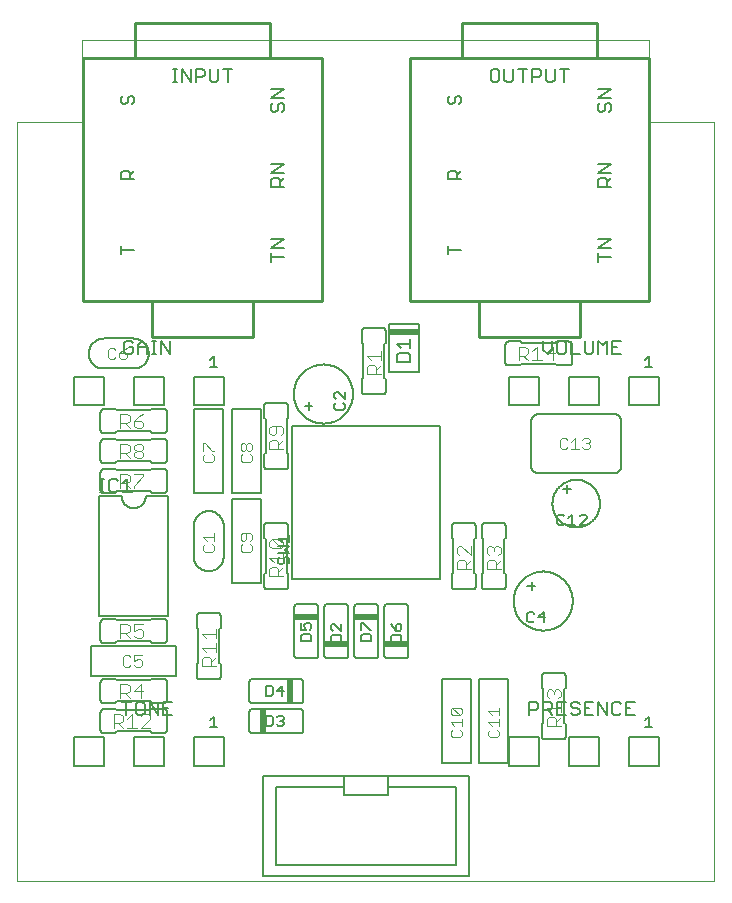
<source format=gto>
G75*
%MOIN*%
%OFA0B0*%
%FSLAX25Y25*%
%IPPOS*%
%LPD*%
%AMOC8*
5,1,8,0,0,1.08239X$1,22.5*
%
%ADD10C,0.00500*%
%ADD11C,0.00600*%
%ADD12C,0.00300*%
%ADD13C,0.01000*%
%ADD14C,0.00400*%
%ADD15C,0.00800*%
%ADD16C,0.00000*%
%ADD17R,0.10000X0.02000*%
%ADD18R,0.08000X0.02000*%
%ADD19R,0.02000X0.08000*%
D10*
X0024100Y0044163D02*
X0034100Y0044163D01*
X0034100Y0053663D01*
X0024100Y0053663D01*
X0024100Y0044163D01*
X0044100Y0044163D02*
X0054100Y0044163D01*
X0054100Y0053663D01*
X0044100Y0053663D01*
X0044100Y0044163D01*
X0064100Y0044163D02*
X0074100Y0044163D01*
X0074100Y0053663D01*
X0064100Y0053663D01*
X0064100Y0044163D01*
X0069594Y0056950D02*
X0071929Y0056950D01*
X0070762Y0056950D02*
X0070762Y0060453D01*
X0069594Y0059286D01*
X0088067Y0060853D02*
X0088067Y0057350D01*
X0089818Y0057350D01*
X0090402Y0057934D01*
X0090402Y0060269D01*
X0089818Y0060853D01*
X0088067Y0060853D01*
X0091750Y0060269D02*
X0092334Y0060853D01*
X0093501Y0060853D01*
X0094085Y0060269D01*
X0094085Y0059685D01*
X0093501Y0059101D01*
X0094085Y0058518D01*
X0094085Y0057934D01*
X0093501Y0057350D01*
X0092334Y0057350D01*
X0091750Y0057934D01*
X0092918Y0059101D02*
X0093501Y0059101D01*
X0093701Y0067350D02*
X0093701Y0070853D01*
X0091950Y0069101D01*
X0094285Y0069101D01*
X0090602Y0067934D02*
X0090018Y0067350D01*
X0088267Y0067350D01*
X0088267Y0070853D01*
X0090018Y0070853D01*
X0090602Y0070269D01*
X0090602Y0067934D01*
X0099847Y0085767D02*
X0099847Y0087518D01*
X0100431Y0088102D01*
X0102766Y0088102D01*
X0103350Y0087518D01*
X0103350Y0085767D01*
X0099847Y0085767D01*
X0099847Y0089450D02*
X0101599Y0089450D01*
X0101015Y0090618D01*
X0101015Y0091201D01*
X0101599Y0091785D01*
X0102766Y0091785D01*
X0103350Y0091201D01*
X0103350Y0090034D01*
X0102766Y0089450D01*
X0099847Y0089450D02*
X0099847Y0091785D01*
X0109847Y0091001D02*
X0109847Y0089834D01*
X0110431Y0089250D01*
X0110431Y0087902D02*
X0109847Y0087318D01*
X0109847Y0085567D01*
X0113350Y0085567D01*
X0113350Y0087318D01*
X0112766Y0087902D01*
X0110431Y0087902D01*
X0113350Y0089250D02*
X0111015Y0091585D01*
X0110431Y0091585D01*
X0109847Y0091001D01*
X0113350Y0091585D02*
X0113350Y0089250D01*
X0119847Y0089450D02*
X0119847Y0091785D01*
X0120431Y0091785D01*
X0122766Y0089450D01*
X0123350Y0089450D01*
X0122766Y0088102D02*
X0120431Y0088102D01*
X0119847Y0087518D01*
X0119847Y0085767D01*
X0123350Y0085767D01*
X0123350Y0087518D01*
X0122766Y0088102D01*
X0129847Y0087318D02*
X0129847Y0085567D01*
X0133350Y0085567D01*
X0133350Y0087318D01*
X0132766Y0087902D01*
X0130431Y0087902D01*
X0129847Y0087318D01*
X0131599Y0089250D02*
X0130431Y0090418D01*
X0129847Y0091585D01*
X0131599Y0091001D02*
X0131599Y0089250D01*
X0132766Y0089250D01*
X0133350Y0089834D01*
X0133350Y0091001D01*
X0132766Y0091585D01*
X0132182Y0091585D01*
X0131599Y0091001D01*
X0146185Y0106417D02*
X0146185Y0157348D01*
X0096972Y0157348D01*
X0096972Y0106417D01*
X0146185Y0106417D01*
X0175322Y0094889D02*
X0175322Y0092554D01*
X0175906Y0091970D01*
X0177073Y0091970D01*
X0177657Y0092554D01*
X0179005Y0093721D02*
X0181340Y0093721D01*
X0180756Y0091970D02*
X0180756Y0095473D01*
X0179005Y0093721D01*
X0177657Y0094889D02*
X0177073Y0095473D01*
X0175906Y0095473D01*
X0175322Y0094889D01*
X0185932Y0124415D02*
X0187099Y0124415D01*
X0187683Y0124999D01*
X0189031Y0124415D02*
X0191366Y0124415D01*
X0190199Y0124415D02*
X0190199Y0127918D01*
X0189031Y0126750D01*
X0187683Y0127334D02*
X0187099Y0127918D01*
X0185932Y0127918D01*
X0185348Y0127334D01*
X0185348Y0124999D01*
X0185932Y0124415D01*
X0192714Y0124415D02*
X0195049Y0126750D01*
X0195049Y0127334D01*
X0194466Y0127918D01*
X0193298Y0127918D01*
X0192714Y0127334D01*
X0192714Y0124415D02*
X0195049Y0124415D01*
X0199100Y0164413D02*
X0189100Y0164413D01*
X0189100Y0173913D01*
X0199100Y0173913D01*
X0199100Y0164413D01*
X0209100Y0164413D02*
X0219100Y0164413D01*
X0219100Y0173913D01*
X0209100Y0173913D01*
X0209100Y0164413D01*
X0214594Y0177200D02*
X0216929Y0177200D01*
X0215762Y0177200D02*
X0215762Y0180703D01*
X0214594Y0179536D01*
X0179100Y0173913D02*
X0179100Y0164413D01*
X0169100Y0164413D01*
X0169100Y0173913D01*
X0179100Y0173913D01*
X0114480Y0168840D02*
X0114480Y0166505D01*
X0112145Y0168840D01*
X0111561Y0168840D01*
X0110977Y0168256D01*
X0110977Y0167089D01*
X0111561Y0166505D01*
X0111561Y0165157D02*
X0110977Y0164573D01*
X0110977Y0163406D01*
X0111561Y0162822D01*
X0113896Y0162822D01*
X0114480Y0163406D01*
X0114480Y0164573D01*
X0113896Y0165157D01*
X0095850Y0121027D02*
X0095850Y0118692D01*
X0095850Y0119859D02*
X0092347Y0119859D01*
X0093515Y0118692D01*
X0092347Y0117344D02*
X0095850Y0117344D01*
X0094682Y0116176D01*
X0095850Y0115008D01*
X0092347Y0115008D01*
X0092931Y0113661D02*
X0092347Y0113077D01*
X0092347Y0111909D01*
X0092931Y0111325D01*
X0093515Y0111325D01*
X0094099Y0111909D01*
X0094099Y0113077D01*
X0094682Y0113661D01*
X0095266Y0113661D01*
X0095850Y0113077D01*
X0095850Y0111909D01*
X0095266Y0111325D01*
X0074100Y0164413D02*
X0064100Y0164413D01*
X0064100Y0173913D01*
X0074100Y0173913D01*
X0074100Y0164413D01*
X0071929Y0177200D02*
X0069594Y0177200D01*
X0070762Y0177200D02*
X0070762Y0180703D01*
X0069594Y0179536D01*
X0054100Y0173913D02*
X0054100Y0164413D01*
X0044100Y0164413D01*
X0044100Y0173913D01*
X0054100Y0173913D01*
X0034100Y0173913D02*
X0034100Y0164413D01*
X0024100Y0164413D01*
X0024100Y0173913D01*
X0034100Y0173913D01*
X0034351Y0139854D02*
X0032850Y0139854D01*
X0033601Y0139854D02*
X0033601Y0135350D01*
X0034351Y0135350D02*
X0032850Y0135350D01*
X0035919Y0136101D02*
X0035919Y0139103D01*
X0036670Y0139854D01*
X0038171Y0139854D01*
X0038922Y0139103D01*
X0040523Y0138353D02*
X0042024Y0139854D01*
X0042024Y0135350D01*
X0040523Y0135350D02*
X0043526Y0135350D01*
X0038922Y0136101D02*
X0038171Y0135350D01*
X0036670Y0135350D01*
X0035919Y0136101D01*
X0169100Y0053663D02*
X0169100Y0044163D01*
X0179100Y0044163D01*
X0179100Y0053663D01*
X0169100Y0053663D01*
X0189100Y0053663D02*
X0189100Y0044163D01*
X0199100Y0044163D01*
X0199100Y0053663D01*
X0189100Y0053663D01*
X0209100Y0053663D02*
X0209100Y0044163D01*
X0219100Y0044163D01*
X0219100Y0053663D01*
X0209100Y0053663D01*
X0214594Y0056950D02*
X0216929Y0056950D01*
X0215762Y0056950D02*
X0215762Y0060453D01*
X0214594Y0059286D01*
D11*
X0211148Y0061150D02*
X0208212Y0061150D01*
X0208212Y0065554D01*
X0211148Y0065554D01*
X0209680Y0063352D02*
X0208212Y0063352D01*
X0206544Y0064820D02*
X0205810Y0065554D01*
X0204342Y0065554D01*
X0203608Y0064820D01*
X0203608Y0061884D01*
X0204342Y0061150D01*
X0205810Y0061150D01*
X0206544Y0061884D01*
X0201940Y0061150D02*
X0201940Y0065554D01*
X0199004Y0065554D02*
X0199004Y0061150D01*
X0197336Y0061150D02*
X0194400Y0061150D01*
X0194400Y0065554D01*
X0197336Y0065554D01*
X0199004Y0065554D02*
X0201940Y0061150D01*
X0195868Y0063352D02*
X0194400Y0063352D01*
X0192732Y0062618D02*
X0192732Y0061884D01*
X0191998Y0061150D01*
X0190530Y0061150D01*
X0189796Y0061884D01*
X0190530Y0063352D02*
X0191998Y0063352D01*
X0192732Y0062618D01*
X0192732Y0064820D02*
X0191998Y0065554D01*
X0190530Y0065554D01*
X0189796Y0064820D01*
X0189796Y0064086D01*
X0190530Y0063352D01*
X0188128Y0065554D02*
X0185192Y0065554D01*
X0185192Y0061150D01*
X0188128Y0061150D01*
X0186660Y0063352D02*
X0185192Y0063352D01*
X0183524Y0063352D02*
X0183524Y0064820D01*
X0182790Y0065554D01*
X0180588Y0065554D01*
X0180588Y0061150D01*
X0180588Y0062618D02*
X0182790Y0062618D01*
X0183524Y0063352D01*
X0182056Y0062618D02*
X0183524Y0061150D01*
X0180600Y0058537D02*
X0180600Y0069663D01*
X0180100Y0070163D01*
X0180100Y0074163D01*
X0180102Y0074223D01*
X0180107Y0074284D01*
X0180116Y0074343D01*
X0180129Y0074402D01*
X0180145Y0074461D01*
X0180165Y0074518D01*
X0180188Y0074573D01*
X0180215Y0074628D01*
X0180244Y0074680D01*
X0180277Y0074731D01*
X0180313Y0074780D01*
X0180351Y0074826D01*
X0180393Y0074870D01*
X0180437Y0074912D01*
X0180483Y0074950D01*
X0180532Y0074986D01*
X0180583Y0075019D01*
X0180635Y0075048D01*
X0180690Y0075075D01*
X0180745Y0075098D01*
X0180802Y0075118D01*
X0180861Y0075134D01*
X0180920Y0075147D01*
X0180979Y0075156D01*
X0181040Y0075161D01*
X0181100Y0075163D01*
X0187100Y0075163D01*
X0187160Y0075161D01*
X0187221Y0075156D01*
X0187280Y0075147D01*
X0187339Y0075134D01*
X0187398Y0075118D01*
X0187455Y0075098D01*
X0187510Y0075075D01*
X0187565Y0075048D01*
X0187617Y0075019D01*
X0187668Y0074986D01*
X0187717Y0074950D01*
X0187763Y0074912D01*
X0187807Y0074870D01*
X0187849Y0074826D01*
X0187887Y0074780D01*
X0187923Y0074731D01*
X0187956Y0074680D01*
X0187985Y0074628D01*
X0188012Y0074573D01*
X0188035Y0074518D01*
X0188055Y0074461D01*
X0188071Y0074402D01*
X0188084Y0074343D01*
X0188093Y0074284D01*
X0188098Y0074223D01*
X0188100Y0074163D01*
X0188100Y0070163D01*
X0187600Y0069663D01*
X0187600Y0058537D01*
X0188100Y0058037D01*
X0188100Y0054037D01*
X0188098Y0053977D01*
X0188093Y0053916D01*
X0188084Y0053857D01*
X0188071Y0053798D01*
X0188055Y0053739D01*
X0188035Y0053682D01*
X0188012Y0053627D01*
X0187985Y0053572D01*
X0187956Y0053520D01*
X0187923Y0053469D01*
X0187887Y0053420D01*
X0187849Y0053374D01*
X0187807Y0053330D01*
X0187763Y0053288D01*
X0187717Y0053250D01*
X0187668Y0053214D01*
X0187617Y0053181D01*
X0187565Y0053152D01*
X0187510Y0053125D01*
X0187455Y0053102D01*
X0187398Y0053082D01*
X0187339Y0053066D01*
X0187280Y0053053D01*
X0187221Y0053044D01*
X0187160Y0053039D01*
X0187100Y0053037D01*
X0181100Y0053037D01*
X0181040Y0053039D01*
X0180979Y0053044D01*
X0180920Y0053053D01*
X0180861Y0053066D01*
X0180802Y0053082D01*
X0180745Y0053102D01*
X0180690Y0053125D01*
X0180635Y0053152D01*
X0180583Y0053181D01*
X0180532Y0053214D01*
X0180483Y0053250D01*
X0180437Y0053288D01*
X0180393Y0053330D01*
X0180351Y0053374D01*
X0180313Y0053420D01*
X0180277Y0053469D01*
X0180244Y0053520D01*
X0180215Y0053572D01*
X0180188Y0053627D01*
X0180165Y0053682D01*
X0180145Y0053739D01*
X0180129Y0053798D01*
X0180116Y0053857D01*
X0180107Y0053916D01*
X0180102Y0053977D01*
X0180100Y0054037D01*
X0180100Y0058037D01*
X0180600Y0058537D01*
X0178186Y0062618D02*
X0175984Y0062618D01*
X0175984Y0061150D02*
X0175984Y0065554D01*
X0178186Y0065554D01*
X0178920Y0064820D01*
X0178920Y0063352D01*
X0178186Y0062618D01*
X0168982Y0073206D02*
X0159218Y0073206D01*
X0159218Y0044994D01*
X0168982Y0044994D01*
X0168982Y0073206D01*
X0156482Y0073206D02*
X0156482Y0044994D01*
X0146718Y0044994D01*
X0146718Y0073206D01*
X0156482Y0073206D01*
X0135600Y0081100D02*
X0135600Y0097100D01*
X0135598Y0097160D01*
X0135593Y0097221D01*
X0135584Y0097280D01*
X0135571Y0097339D01*
X0135555Y0097398D01*
X0135535Y0097455D01*
X0135512Y0097510D01*
X0135485Y0097565D01*
X0135456Y0097617D01*
X0135423Y0097668D01*
X0135387Y0097717D01*
X0135349Y0097763D01*
X0135307Y0097807D01*
X0135263Y0097849D01*
X0135217Y0097887D01*
X0135168Y0097923D01*
X0135117Y0097956D01*
X0135065Y0097985D01*
X0135010Y0098012D01*
X0134955Y0098035D01*
X0134898Y0098055D01*
X0134839Y0098071D01*
X0134780Y0098084D01*
X0134721Y0098093D01*
X0134660Y0098098D01*
X0134600Y0098100D01*
X0128600Y0098100D01*
X0128540Y0098098D01*
X0128479Y0098093D01*
X0128420Y0098084D01*
X0128361Y0098071D01*
X0128302Y0098055D01*
X0128245Y0098035D01*
X0128190Y0098012D01*
X0128135Y0097985D01*
X0128083Y0097956D01*
X0128032Y0097923D01*
X0127983Y0097887D01*
X0127937Y0097849D01*
X0127893Y0097807D01*
X0127851Y0097763D01*
X0127813Y0097717D01*
X0127777Y0097668D01*
X0127744Y0097617D01*
X0127715Y0097565D01*
X0127688Y0097510D01*
X0127665Y0097455D01*
X0127645Y0097398D01*
X0127629Y0097339D01*
X0127616Y0097280D01*
X0127607Y0097221D01*
X0127602Y0097160D01*
X0127600Y0097100D01*
X0127600Y0081100D01*
X0127602Y0081040D01*
X0127607Y0080979D01*
X0127616Y0080920D01*
X0127629Y0080861D01*
X0127645Y0080802D01*
X0127665Y0080745D01*
X0127688Y0080690D01*
X0127715Y0080635D01*
X0127744Y0080583D01*
X0127777Y0080532D01*
X0127813Y0080483D01*
X0127851Y0080437D01*
X0127893Y0080393D01*
X0127937Y0080351D01*
X0127983Y0080313D01*
X0128032Y0080277D01*
X0128083Y0080244D01*
X0128135Y0080215D01*
X0128190Y0080188D01*
X0128245Y0080165D01*
X0128302Y0080145D01*
X0128361Y0080129D01*
X0128420Y0080116D01*
X0128479Y0080107D01*
X0128540Y0080102D01*
X0128600Y0080100D01*
X0134600Y0080100D01*
X0134660Y0080102D01*
X0134721Y0080107D01*
X0134780Y0080116D01*
X0134839Y0080129D01*
X0134898Y0080145D01*
X0134955Y0080165D01*
X0135010Y0080188D01*
X0135065Y0080215D01*
X0135117Y0080244D01*
X0135168Y0080277D01*
X0135217Y0080313D01*
X0135263Y0080351D01*
X0135307Y0080393D01*
X0135349Y0080437D01*
X0135387Y0080483D01*
X0135423Y0080532D01*
X0135456Y0080583D01*
X0135485Y0080635D01*
X0135512Y0080690D01*
X0135535Y0080745D01*
X0135555Y0080802D01*
X0135571Y0080861D01*
X0135584Y0080920D01*
X0135593Y0080979D01*
X0135598Y0081040D01*
X0135600Y0081100D01*
X0125600Y0081100D02*
X0125600Y0097100D01*
X0125598Y0097160D01*
X0125593Y0097221D01*
X0125584Y0097280D01*
X0125571Y0097339D01*
X0125555Y0097398D01*
X0125535Y0097455D01*
X0125512Y0097510D01*
X0125485Y0097565D01*
X0125456Y0097617D01*
X0125423Y0097668D01*
X0125387Y0097717D01*
X0125349Y0097763D01*
X0125307Y0097807D01*
X0125263Y0097849D01*
X0125217Y0097887D01*
X0125168Y0097923D01*
X0125117Y0097956D01*
X0125065Y0097985D01*
X0125010Y0098012D01*
X0124955Y0098035D01*
X0124898Y0098055D01*
X0124839Y0098071D01*
X0124780Y0098084D01*
X0124721Y0098093D01*
X0124660Y0098098D01*
X0124600Y0098100D01*
X0118600Y0098100D01*
X0118540Y0098098D01*
X0118479Y0098093D01*
X0118420Y0098084D01*
X0118361Y0098071D01*
X0118302Y0098055D01*
X0118245Y0098035D01*
X0118190Y0098012D01*
X0118135Y0097985D01*
X0118083Y0097956D01*
X0118032Y0097923D01*
X0117983Y0097887D01*
X0117937Y0097849D01*
X0117893Y0097807D01*
X0117851Y0097763D01*
X0117813Y0097717D01*
X0117777Y0097668D01*
X0117744Y0097617D01*
X0117715Y0097565D01*
X0117688Y0097510D01*
X0117665Y0097455D01*
X0117645Y0097398D01*
X0117629Y0097339D01*
X0117616Y0097280D01*
X0117607Y0097221D01*
X0117602Y0097160D01*
X0117600Y0097100D01*
X0117600Y0081100D01*
X0117602Y0081040D01*
X0117607Y0080979D01*
X0117616Y0080920D01*
X0117629Y0080861D01*
X0117645Y0080802D01*
X0117665Y0080745D01*
X0117688Y0080690D01*
X0117715Y0080635D01*
X0117744Y0080583D01*
X0117777Y0080532D01*
X0117813Y0080483D01*
X0117851Y0080437D01*
X0117893Y0080393D01*
X0117937Y0080351D01*
X0117983Y0080313D01*
X0118032Y0080277D01*
X0118083Y0080244D01*
X0118135Y0080215D01*
X0118190Y0080188D01*
X0118245Y0080165D01*
X0118302Y0080145D01*
X0118361Y0080129D01*
X0118420Y0080116D01*
X0118479Y0080107D01*
X0118540Y0080102D01*
X0118600Y0080100D01*
X0124600Y0080100D01*
X0124660Y0080102D01*
X0124721Y0080107D01*
X0124780Y0080116D01*
X0124839Y0080129D01*
X0124898Y0080145D01*
X0124955Y0080165D01*
X0125010Y0080188D01*
X0125065Y0080215D01*
X0125117Y0080244D01*
X0125168Y0080277D01*
X0125217Y0080313D01*
X0125263Y0080351D01*
X0125307Y0080393D01*
X0125349Y0080437D01*
X0125387Y0080483D01*
X0125423Y0080532D01*
X0125456Y0080583D01*
X0125485Y0080635D01*
X0125512Y0080690D01*
X0125535Y0080745D01*
X0125555Y0080802D01*
X0125571Y0080861D01*
X0125584Y0080920D01*
X0125593Y0080979D01*
X0125598Y0081040D01*
X0125600Y0081100D01*
X0115600Y0081100D02*
X0115600Y0097100D01*
X0115598Y0097160D01*
X0115593Y0097221D01*
X0115584Y0097280D01*
X0115571Y0097339D01*
X0115555Y0097398D01*
X0115535Y0097455D01*
X0115512Y0097510D01*
X0115485Y0097565D01*
X0115456Y0097617D01*
X0115423Y0097668D01*
X0115387Y0097717D01*
X0115349Y0097763D01*
X0115307Y0097807D01*
X0115263Y0097849D01*
X0115217Y0097887D01*
X0115168Y0097923D01*
X0115117Y0097956D01*
X0115065Y0097985D01*
X0115010Y0098012D01*
X0114955Y0098035D01*
X0114898Y0098055D01*
X0114839Y0098071D01*
X0114780Y0098084D01*
X0114721Y0098093D01*
X0114660Y0098098D01*
X0114600Y0098100D01*
X0108600Y0098100D01*
X0108540Y0098098D01*
X0108479Y0098093D01*
X0108420Y0098084D01*
X0108361Y0098071D01*
X0108302Y0098055D01*
X0108245Y0098035D01*
X0108190Y0098012D01*
X0108135Y0097985D01*
X0108083Y0097956D01*
X0108032Y0097923D01*
X0107983Y0097887D01*
X0107937Y0097849D01*
X0107893Y0097807D01*
X0107851Y0097763D01*
X0107813Y0097717D01*
X0107777Y0097668D01*
X0107744Y0097617D01*
X0107715Y0097565D01*
X0107688Y0097510D01*
X0107665Y0097455D01*
X0107645Y0097398D01*
X0107629Y0097339D01*
X0107616Y0097280D01*
X0107607Y0097221D01*
X0107602Y0097160D01*
X0107600Y0097100D01*
X0107600Y0081100D01*
X0107602Y0081040D01*
X0107607Y0080979D01*
X0107616Y0080920D01*
X0107629Y0080861D01*
X0107645Y0080802D01*
X0107665Y0080745D01*
X0107688Y0080690D01*
X0107715Y0080635D01*
X0107744Y0080583D01*
X0107777Y0080532D01*
X0107813Y0080483D01*
X0107851Y0080437D01*
X0107893Y0080393D01*
X0107937Y0080351D01*
X0107983Y0080313D01*
X0108032Y0080277D01*
X0108083Y0080244D01*
X0108135Y0080215D01*
X0108190Y0080188D01*
X0108245Y0080165D01*
X0108302Y0080145D01*
X0108361Y0080129D01*
X0108420Y0080116D01*
X0108479Y0080107D01*
X0108540Y0080102D01*
X0108600Y0080100D01*
X0114600Y0080100D01*
X0114660Y0080102D01*
X0114721Y0080107D01*
X0114780Y0080116D01*
X0114839Y0080129D01*
X0114898Y0080145D01*
X0114955Y0080165D01*
X0115010Y0080188D01*
X0115065Y0080215D01*
X0115117Y0080244D01*
X0115168Y0080277D01*
X0115217Y0080313D01*
X0115263Y0080351D01*
X0115307Y0080393D01*
X0115349Y0080437D01*
X0115387Y0080483D01*
X0115423Y0080532D01*
X0115456Y0080583D01*
X0115485Y0080635D01*
X0115512Y0080690D01*
X0115535Y0080745D01*
X0115555Y0080802D01*
X0115571Y0080861D01*
X0115584Y0080920D01*
X0115593Y0080979D01*
X0115598Y0081040D01*
X0115600Y0081100D01*
X0105600Y0081100D02*
X0105600Y0097100D01*
X0105598Y0097160D01*
X0105593Y0097221D01*
X0105584Y0097280D01*
X0105571Y0097339D01*
X0105555Y0097398D01*
X0105535Y0097455D01*
X0105512Y0097510D01*
X0105485Y0097565D01*
X0105456Y0097617D01*
X0105423Y0097668D01*
X0105387Y0097717D01*
X0105349Y0097763D01*
X0105307Y0097807D01*
X0105263Y0097849D01*
X0105217Y0097887D01*
X0105168Y0097923D01*
X0105117Y0097956D01*
X0105065Y0097985D01*
X0105010Y0098012D01*
X0104955Y0098035D01*
X0104898Y0098055D01*
X0104839Y0098071D01*
X0104780Y0098084D01*
X0104721Y0098093D01*
X0104660Y0098098D01*
X0104600Y0098100D01*
X0098600Y0098100D01*
X0098540Y0098098D01*
X0098479Y0098093D01*
X0098420Y0098084D01*
X0098361Y0098071D01*
X0098302Y0098055D01*
X0098245Y0098035D01*
X0098190Y0098012D01*
X0098135Y0097985D01*
X0098083Y0097956D01*
X0098032Y0097923D01*
X0097983Y0097887D01*
X0097937Y0097849D01*
X0097893Y0097807D01*
X0097851Y0097763D01*
X0097813Y0097717D01*
X0097777Y0097668D01*
X0097744Y0097617D01*
X0097715Y0097565D01*
X0097688Y0097510D01*
X0097665Y0097455D01*
X0097645Y0097398D01*
X0097629Y0097339D01*
X0097616Y0097280D01*
X0097607Y0097221D01*
X0097602Y0097160D01*
X0097600Y0097100D01*
X0097600Y0081100D01*
X0097602Y0081040D01*
X0097607Y0080979D01*
X0097616Y0080920D01*
X0097629Y0080861D01*
X0097645Y0080802D01*
X0097665Y0080745D01*
X0097688Y0080690D01*
X0097715Y0080635D01*
X0097744Y0080583D01*
X0097777Y0080532D01*
X0097813Y0080483D01*
X0097851Y0080437D01*
X0097893Y0080393D01*
X0097937Y0080351D01*
X0097983Y0080313D01*
X0098032Y0080277D01*
X0098083Y0080244D01*
X0098135Y0080215D01*
X0098190Y0080188D01*
X0098245Y0080165D01*
X0098302Y0080145D01*
X0098361Y0080129D01*
X0098420Y0080116D01*
X0098479Y0080107D01*
X0098540Y0080102D01*
X0098600Y0080100D01*
X0104600Y0080100D01*
X0104660Y0080102D01*
X0104721Y0080107D01*
X0104780Y0080116D01*
X0104839Y0080129D01*
X0104898Y0080145D01*
X0104955Y0080165D01*
X0105010Y0080188D01*
X0105065Y0080215D01*
X0105117Y0080244D01*
X0105168Y0080277D01*
X0105217Y0080313D01*
X0105263Y0080351D01*
X0105307Y0080393D01*
X0105349Y0080437D01*
X0105387Y0080483D01*
X0105423Y0080532D01*
X0105456Y0080583D01*
X0105485Y0080635D01*
X0105512Y0080690D01*
X0105535Y0080745D01*
X0105555Y0080802D01*
X0105571Y0080861D01*
X0105584Y0080920D01*
X0105593Y0080979D01*
X0105598Y0081040D01*
X0105600Y0081100D01*
X0099600Y0073100D02*
X0083600Y0073100D01*
X0083540Y0073098D01*
X0083479Y0073093D01*
X0083420Y0073084D01*
X0083361Y0073071D01*
X0083302Y0073055D01*
X0083245Y0073035D01*
X0083190Y0073012D01*
X0083135Y0072985D01*
X0083083Y0072956D01*
X0083032Y0072923D01*
X0082983Y0072887D01*
X0082937Y0072849D01*
X0082893Y0072807D01*
X0082851Y0072763D01*
X0082813Y0072717D01*
X0082777Y0072668D01*
X0082744Y0072617D01*
X0082715Y0072565D01*
X0082688Y0072510D01*
X0082665Y0072455D01*
X0082645Y0072398D01*
X0082629Y0072339D01*
X0082616Y0072280D01*
X0082607Y0072221D01*
X0082602Y0072160D01*
X0082600Y0072100D01*
X0082600Y0066100D01*
X0082602Y0066040D01*
X0082607Y0065979D01*
X0082616Y0065920D01*
X0082629Y0065861D01*
X0082645Y0065802D01*
X0082665Y0065745D01*
X0082688Y0065690D01*
X0082715Y0065635D01*
X0082744Y0065583D01*
X0082777Y0065532D01*
X0082813Y0065483D01*
X0082851Y0065437D01*
X0082893Y0065393D01*
X0082937Y0065351D01*
X0082983Y0065313D01*
X0083032Y0065277D01*
X0083083Y0065244D01*
X0083135Y0065215D01*
X0083190Y0065188D01*
X0083245Y0065165D01*
X0083302Y0065145D01*
X0083361Y0065129D01*
X0083420Y0065116D01*
X0083479Y0065107D01*
X0083540Y0065102D01*
X0083600Y0065100D01*
X0099600Y0065100D01*
X0099660Y0065102D01*
X0099721Y0065107D01*
X0099780Y0065116D01*
X0099839Y0065129D01*
X0099898Y0065145D01*
X0099955Y0065165D01*
X0100010Y0065188D01*
X0100065Y0065215D01*
X0100117Y0065244D01*
X0100168Y0065277D01*
X0100217Y0065313D01*
X0100263Y0065351D01*
X0100307Y0065393D01*
X0100349Y0065437D01*
X0100387Y0065483D01*
X0100423Y0065532D01*
X0100456Y0065583D01*
X0100485Y0065635D01*
X0100512Y0065690D01*
X0100535Y0065745D01*
X0100555Y0065802D01*
X0100571Y0065861D01*
X0100584Y0065920D01*
X0100593Y0065979D01*
X0100598Y0066040D01*
X0100600Y0066100D01*
X0100600Y0072100D01*
X0100598Y0072160D01*
X0100593Y0072221D01*
X0100584Y0072280D01*
X0100571Y0072339D01*
X0100555Y0072398D01*
X0100535Y0072455D01*
X0100512Y0072510D01*
X0100485Y0072565D01*
X0100456Y0072617D01*
X0100423Y0072668D01*
X0100387Y0072717D01*
X0100349Y0072763D01*
X0100307Y0072807D01*
X0100263Y0072849D01*
X0100217Y0072887D01*
X0100168Y0072923D01*
X0100117Y0072956D01*
X0100065Y0072985D01*
X0100010Y0073012D01*
X0099955Y0073035D01*
X0099898Y0073055D01*
X0099839Y0073071D01*
X0099780Y0073084D01*
X0099721Y0073093D01*
X0099660Y0073098D01*
X0099600Y0073100D01*
X0099600Y0063100D02*
X0083600Y0063100D01*
X0083540Y0063098D01*
X0083479Y0063093D01*
X0083420Y0063084D01*
X0083361Y0063071D01*
X0083302Y0063055D01*
X0083245Y0063035D01*
X0083190Y0063012D01*
X0083135Y0062985D01*
X0083083Y0062956D01*
X0083032Y0062923D01*
X0082983Y0062887D01*
X0082937Y0062849D01*
X0082893Y0062807D01*
X0082851Y0062763D01*
X0082813Y0062717D01*
X0082777Y0062668D01*
X0082744Y0062617D01*
X0082715Y0062565D01*
X0082688Y0062510D01*
X0082665Y0062455D01*
X0082645Y0062398D01*
X0082629Y0062339D01*
X0082616Y0062280D01*
X0082607Y0062221D01*
X0082602Y0062160D01*
X0082600Y0062100D01*
X0082600Y0056100D01*
X0082602Y0056040D01*
X0082607Y0055979D01*
X0082616Y0055920D01*
X0082629Y0055861D01*
X0082645Y0055802D01*
X0082665Y0055745D01*
X0082688Y0055690D01*
X0082715Y0055635D01*
X0082744Y0055583D01*
X0082777Y0055532D01*
X0082813Y0055483D01*
X0082851Y0055437D01*
X0082893Y0055393D01*
X0082937Y0055351D01*
X0082983Y0055313D01*
X0083032Y0055277D01*
X0083083Y0055244D01*
X0083135Y0055215D01*
X0083190Y0055188D01*
X0083245Y0055165D01*
X0083302Y0055145D01*
X0083361Y0055129D01*
X0083420Y0055116D01*
X0083479Y0055107D01*
X0083540Y0055102D01*
X0083600Y0055100D01*
X0099600Y0055100D01*
X0099660Y0055102D01*
X0099721Y0055107D01*
X0099780Y0055116D01*
X0099839Y0055129D01*
X0099898Y0055145D01*
X0099955Y0055165D01*
X0100010Y0055188D01*
X0100065Y0055215D01*
X0100117Y0055244D01*
X0100168Y0055277D01*
X0100217Y0055313D01*
X0100263Y0055351D01*
X0100307Y0055393D01*
X0100349Y0055437D01*
X0100387Y0055483D01*
X0100423Y0055532D01*
X0100456Y0055583D01*
X0100485Y0055635D01*
X0100512Y0055690D01*
X0100535Y0055745D01*
X0100555Y0055802D01*
X0100571Y0055861D01*
X0100584Y0055920D01*
X0100593Y0055979D01*
X0100598Y0056040D01*
X0100600Y0056100D01*
X0100600Y0062100D01*
X0100598Y0062160D01*
X0100593Y0062221D01*
X0100584Y0062280D01*
X0100571Y0062339D01*
X0100555Y0062398D01*
X0100535Y0062455D01*
X0100512Y0062510D01*
X0100485Y0062565D01*
X0100456Y0062617D01*
X0100423Y0062668D01*
X0100387Y0062717D01*
X0100349Y0062763D01*
X0100307Y0062807D01*
X0100263Y0062849D01*
X0100217Y0062887D01*
X0100168Y0062923D01*
X0100117Y0062956D01*
X0100065Y0062985D01*
X0100010Y0063012D01*
X0099955Y0063035D01*
X0099898Y0063055D01*
X0099839Y0063071D01*
X0099780Y0063084D01*
X0099721Y0063093D01*
X0099660Y0063098D01*
X0099600Y0063100D01*
X0073100Y0074037D02*
X0073100Y0078037D01*
X0072600Y0078537D01*
X0072600Y0089663D01*
X0073100Y0090163D01*
X0073100Y0094163D01*
X0073098Y0094223D01*
X0073093Y0094284D01*
X0073084Y0094343D01*
X0073071Y0094402D01*
X0073055Y0094461D01*
X0073035Y0094518D01*
X0073012Y0094573D01*
X0072985Y0094628D01*
X0072956Y0094680D01*
X0072923Y0094731D01*
X0072887Y0094780D01*
X0072849Y0094826D01*
X0072807Y0094870D01*
X0072763Y0094912D01*
X0072717Y0094950D01*
X0072668Y0094986D01*
X0072617Y0095019D01*
X0072565Y0095048D01*
X0072510Y0095075D01*
X0072455Y0095098D01*
X0072398Y0095118D01*
X0072339Y0095134D01*
X0072280Y0095147D01*
X0072221Y0095156D01*
X0072160Y0095161D01*
X0072100Y0095163D01*
X0066100Y0095163D01*
X0066040Y0095161D01*
X0065979Y0095156D01*
X0065920Y0095147D01*
X0065861Y0095134D01*
X0065802Y0095118D01*
X0065745Y0095098D01*
X0065690Y0095075D01*
X0065635Y0095048D01*
X0065583Y0095019D01*
X0065532Y0094986D01*
X0065483Y0094950D01*
X0065437Y0094912D01*
X0065393Y0094870D01*
X0065351Y0094826D01*
X0065313Y0094780D01*
X0065277Y0094731D01*
X0065244Y0094680D01*
X0065215Y0094628D01*
X0065188Y0094573D01*
X0065165Y0094518D01*
X0065145Y0094461D01*
X0065129Y0094402D01*
X0065116Y0094343D01*
X0065107Y0094284D01*
X0065102Y0094223D01*
X0065100Y0094163D01*
X0065100Y0090163D01*
X0065600Y0089663D01*
X0065600Y0078537D01*
X0065100Y0078037D01*
X0065100Y0074037D01*
X0065102Y0073977D01*
X0065107Y0073916D01*
X0065116Y0073857D01*
X0065129Y0073798D01*
X0065145Y0073739D01*
X0065165Y0073682D01*
X0065188Y0073627D01*
X0065215Y0073572D01*
X0065244Y0073520D01*
X0065277Y0073469D01*
X0065313Y0073420D01*
X0065351Y0073374D01*
X0065393Y0073330D01*
X0065437Y0073288D01*
X0065483Y0073250D01*
X0065532Y0073214D01*
X0065583Y0073181D01*
X0065635Y0073152D01*
X0065690Y0073125D01*
X0065745Y0073102D01*
X0065802Y0073082D01*
X0065861Y0073066D01*
X0065920Y0073053D01*
X0065979Y0073044D01*
X0066040Y0073039D01*
X0066100Y0073037D01*
X0072100Y0073037D01*
X0072160Y0073039D01*
X0072221Y0073044D01*
X0072280Y0073053D01*
X0072339Y0073066D01*
X0072398Y0073082D01*
X0072455Y0073102D01*
X0072510Y0073125D01*
X0072565Y0073152D01*
X0072617Y0073181D01*
X0072668Y0073214D01*
X0072717Y0073250D01*
X0072763Y0073288D01*
X0072807Y0073330D01*
X0072849Y0073374D01*
X0072887Y0073420D01*
X0072923Y0073469D01*
X0072956Y0073520D01*
X0072985Y0073572D01*
X0073012Y0073627D01*
X0073035Y0073682D01*
X0073055Y0073739D01*
X0073071Y0073798D01*
X0073084Y0073857D01*
X0073093Y0073916D01*
X0073098Y0073977D01*
X0073100Y0074037D01*
X0058206Y0074218D02*
X0058206Y0083982D01*
X0029994Y0083982D01*
X0029994Y0074218D01*
X0058206Y0074218D01*
X0055163Y0072100D02*
X0055163Y0066100D01*
X0055161Y0066040D01*
X0055156Y0065979D01*
X0055147Y0065920D01*
X0055134Y0065861D01*
X0055118Y0065802D01*
X0055098Y0065745D01*
X0055075Y0065690D01*
X0055048Y0065635D01*
X0055019Y0065583D01*
X0054986Y0065532D01*
X0054950Y0065483D01*
X0054912Y0065437D01*
X0054870Y0065393D01*
X0054826Y0065351D01*
X0054780Y0065313D01*
X0054731Y0065277D01*
X0054680Y0065244D01*
X0054628Y0065215D01*
X0054573Y0065188D01*
X0054518Y0065165D01*
X0054461Y0065145D01*
X0054402Y0065129D01*
X0054343Y0065116D01*
X0054284Y0065107D01*
X0054223Y0065102D01*
X0054163Y0065100D01*
X0050163Y0065100D01*
X0049663Y0065600D01*
X0038537Y0065600D01*
X0038037Y0065100D01*
X0034037Y0065100D01*
X0033977Y0065102D01*
X0033916Y0065107D01*
X0033857Y0065116D01*
X0033798Y0065129D01*
X0033739Y0065145D01*
X0033682Y0065165D01*
X0033627Y0065188D01*
X0033572Y0065215D01*
X0033520Y0065244D01*
X0033469Y0065277D01*
X0033420Y0065313D01*
X0033374Y0065351D01*
X0033330Y0065393D01*
X0033288Y0065437D01*
X0033250Y0065483D01*
X0033214Y0065532D01*
X0033181Y0065583D01*
X0033152Y0065635D01*
X0033125Y0065690D01*
X0033102Y0065745D01*
X0033082Y0065802D01*
X0033066Y0065861D01*
X0033053Y0065920D01*
X0033044Y0065979D01*
X0033039Y0066040D01*
X0033037Y0066100D01*
X0033037Y0072100D01*
X0033039Y0072160D01*
X0033044Y0072221D01*
X0033053Y0072280D01*
X0033066Y0072339D01*
X0033082Y0072398D01*
X0033102Y0072455D01*
X0033125Y0072510D01*
X0033152Y0072565D01*
X0033181Y0072617D01*
X0033214Y0072668D01*
X0033250Y0072717D01*
X0033288Y0072763D01*
X0033330Y0072807D01*
X0033374Y0072849D01*
X0033420Y0072887D01*
X0033469Y0072923D01*
X0033520Y0072956D01*
X0033572Y0072985D01*
X0033627Y0073012D01*
X0033682Y0073035D01*
X0033739Y0073055D01*
X0033798Y0073071D01*
X0033857Y0073084D01*
X0033916Y0073093D01*
X0033977Y0073098D01*
X0034037Y0073100D01*
X0038037Y0073100D01*
X0038537Y0072600D01*
X0049663Y0072600D01*
X0050163Y0073100D01*
X0054163Y0073100D01*
X0054223Y0073098D01*
X0054284Y0073093D01*
X0054343Y0073084D01*
X0054402Y0073071D01*
X0054461Y0073055D01*
X0054518Y0073035D01*
X0054573Y0073012D01*
X0054628Y0072985D01*
X0054680Y0072956D01*
X0054731Y0072923D01*
X0054780Y0072887D01*
X0054826Y0072849D01*
X0054870Y0072807D01*
X0054912Y0072763D01*
X0054950Y0072717D01*
X0054986Y0072668D01*
X0055019Y0072617D01*
X0055048Y0072565D01*
X0055075Y0072510D01*
X0055098Y0072455D01*
X0055118Y0072398D01*
X0055134Y0072339D01*
X0055147Y0072280D01*
X0055156Y0072221D01*
X0055161Y0072160D01*
X0055163Y0072100D01*
X0054004Y0065554D02*
X0054004Y0061150D01*
X0056940Y0061150D01*
X0055163Y0062100D02*
X0055163Y0056100D01*
X0055161Y0056040D01*
X0055156Y0055979D01*
X0055147Y0055920D01*
X0055134Y0055861D01*
X0055118Y0055802D01*
X0055098Y0055745D01*
X0055075Y0055690D01*
X0055048Y0055635D01*
X0055019Y0055583D01*
X0054986Y0055532D01*
X0054950Y0055483D01*
X0054912Y0055437D01*
X0054870Y0055393D01*
X0054826Y0055351D01*
X0054780Y0055313D01*
X0054731Y0055277D01*
X0054680Y0055244D01*
X0054628Y0055215D01*
X0054573Y0055188D01*
X0054518Y0055165D01*
X0054461Y0055145D01*
X0054402Y0055129D01*
X0054343Y0055116D01*
X0054284Y0055107D01*
X0054223Y0055102D01*
X0054163Y0055100D01*
X0050163Y0055100D01*
X0049663Y0055600D01*
X0038537Y0055600D01*
X0038037Y0055100D01*
X0034037Y0055100D01*
X0033977Y0055102D01*
X0033916Y0055107D01*
X0033857Y0055116D01*
X0033798Y0055129D01*
X0033739Y0055145D01*
X0033682Y0055165D01*
X0033627Y0055188D01*
X0033572Y0055215D01*
X0033520Y0055244D01*
X0033469Y0055277D01*
X0033420Y0055313D01*
X0033374Y0055351D01*
X0033330Y0055393D01*
X0033288Y0055437D01*
X0033250Y0055483D01*
X0033214Y0055532D01*
X0033181Y0055583D01*
X0033152Y0055635D01*
X0033125Y0055690D01*
X0033102Y0055745D01*
X0033082Y0055802D01*
X0033066Y0055861D01*
X0033053Y0055920D01*
X0033044Y0055979D01*
X0033039Y0056040D01*
X0033037Y0056100D01*
X0033037Y0062100D01*
X0033039Y0062160D01*
X0033044Y0062221D01*
X0033053Y0062280D01*
X0033066Y0062339D01*
X0033082Y0062398D01*
X0033102Y0062455D01*
X0033125Y0062510D01*
X0033152Y0062565D01*
X0033181Y0062617D01*
X0033214Y0062668D01*
X0033250Y0062717D01*
X0033288Y0062763D01*
X0033330Y0062807D01*
X0033374Y0062849D01*
X0033420Y0062887D01*
X0033469Y0062923D01*
X0033520Y0062956D01*
X0033572Y0062985D01*
X0033627Y0063012D01*
X0033682Y0063035D01*
X0033739Y0063055D01*
X0033798Y0063071D01*
X0033857Y0063084D01*
X0033916Y0063093D01*
X0033977Y0063098D01*
X0034037Y0063100D01*
X0038037Y0063100D01*
X0038537Y0062600D01*
X0049663Y0062600D01*
X0050163Y0063100D01*
X0054163Y0063100D01*
X0054004Y0063352D02*
X0055472Y0063352D01*
X0055163Y0062100D02*
X0055161Y0062160D01*
X0055156Y0062221D01*
X0055147Y0062280D01*
X0055134Y0062339D01*
X0055118Y0062398D01*
X0055098Y0062455D01*
X0055075Y0062510D01*
X0055048Y0062565D01*
X0055019Y0062617D01*
X0054986Y0062668D01*
X0054950Y0062717D01*
X0054912Y0062763D01*
X0054870Y0062807D01*
X0054826Y0062849D01*
X0054780Y0062887D01*
X0054731Y0062923D01*
X0054680Y0062956D01*
X0054628Y0062985D01*
X0054573Y0063012D01*
X0054518Y0063035D01*
X0054461Y0063055D01*
X0054402Y0063071D01*
X0054343Y0063084D01*
X0054284Y0063093D01*
X0054223Y0063098D01*
X0054163Y0063100D01*
X0054004Y0065554D02*
X0056940Y0065554D01*
X0052336Y0065554D02*
X0052336Y0061150D01*
X0049400Y0065554D01*
X0049400Y0061150D01*
X0047732Y0061884D02*
X0047732Y0064820D01*
X0046998Y0065554D01*
X0045530Y0065554D01*
X0044796Y0064820D01*
X0044796Y0061884D01*
X0045530Y0061150D01*
X0046998Y0061150D01*
X0047732Y0061884D01*
X0043128Y0065554D02*
X0040192Y0065554D01*
X0041660Y0065554D02*
X0041660Y0061150D01*
X0038037Y0085100D02*
X0034037Y0085100D01*
X0033977Y0085102D01*
X0033916Y0085107D01*
X0033857Y0085116D01*
X0033798Y0085129D01*
X0033739Y0085145D01*
X0033682Y0085165D01*
X0033627Y0085188D01*
X0033572Y0085215D01*
X0033520Y0085244D01*
X0033469Y0085277D01*
X0033420Y0085313D01*
X0033374Y0085351D01*
X0033330Y0085393D01*
X0033288Y0085437D01*
X0033250Y0085483D01*
X0033214Y0085532D01*
X0033181Y0085583D01*
X0033152Y0085635D01*
X0033125Y0085690D01*
X0033102Y0085745D01*
X0033082Y0085802D01*
X0033066Y0085861D01*
X0033053Y0085920D01*
X0033044Y0085979D01*
X0033039Y0086040D01*
X0033037Y0086100D01*
X0033037Y0092100D01*
X0033039Y0092160D01*
X0033044Y0092221D01*
X0033053Y0092280D01*
X0033066Y0092339D01*
X0033082Y0092398D01*
X0033102Y0092455D01*
X0033125Y0092510D01*
X0033152Y0092565D01*
X0033181Y0092617D01*
X0033214Y0092668D01*
X0033250Y0092717D01*
X0033288Y0092763D01*
X0033330Y0092807D01*
X0033374Y0092849D01*
X0033420Y0092887D01*
X0033469Y0092923D01*
X0033520Y0092956D01*
X0033572Y0092985D01*
X0033627Y0093012D01*
X0033682Y0093035D01*
X0033739Y0093055D01*
X0033798Y0093071D01*
X0033857Y0093084D01*
X0033916Y0093093D01*
X0033977Y0093098D01*
X0034037Y0093100D01*
X0038037Y0093100D01*
X0038537Y0092600D01*
X0049663Y0092600D01*
X0050163Y0093100D01*
X0054163Y0093100D01*
X0054223Y0093098D01*
X0054284Y0093093D01*
X0054343Y0093084D01*
X0054402Y0093071D01*
X0054461Y0093055D01*
X0054518Y0093035D01*
X0054573Y0093012D01*
X0054628Y0092985D01*
X0054680Y0092956D01*
X0054731Y0092923D01*
X0054780Y0092887D01*
X0054826Y0092849D01*
X0054870Y0092807D01*
X0054912Y0092763D01*
X0054950Y0092717D01*
X0054986Y0092668D01*
X0055019Y0092617D01*
X0055048Y0092565D01*
X0055075Y0092510D01*
X0055098Y0092455D01*
X0055118Y0092398D01*
X0055134Y0092339D01*
X0055147Y0092280D01*
X0055156Y0092221D01*
X0055161Y0092160D01*
X0055163Y0092100D01*
X0055163Y0086100D01*
X0055161Y0086040D01*
X0055156Y0085979D01*
X0055147Y0085920D01*
X0055134Y0085861D01*
X0055118Y0085802D01*
X0055098Y0085745D01*
X0055075Y0085690D01*
X0055048Y0085635D01*
X0055019Y0085583D01*
X0054986Y0085532D01*
X0054950Y0085483D01*
X0054912Y0085437D01*
X0054870Y0085393D01*
X0054826Y0085351D01*
X0054780Y0085313D01*
X0054731Y0085277D01*
X0054680Y0085244D01*
X0054628Y0085215D01*
X0054573Y0085188D01*
X0054518Y0085165D01*
X0054461Y0085145D01*
X0054402Y0085129D01*
X0054343Y0085116D01*
X0054284Y0085107D01*
X0054223Y0085102D01*
X0054163Y0085100D01*
X0050163Y0085100D01*
X0049663Y0085600D01*
X0038537Y0085600D01*
X0038037Y0085100D01*
X0032600Y0094100D02*
X0055600Y0094100D01*
X0055600Y0134100D01*
X0048100Y0134100D01*
X0049663Y0135600D02*
X0038537Y0135600D01*
X0038037Y0135100D01*
X0034037Y0135100D01*
X0033977Y0135102D01*
X0033916Y0135107D01*
X0033857Y0135116D01*
X0033798Y0135129D01*
X0033739Y0135145D01*
X0033682Y0135165D01*
X0033627Y0135188D01*
X0033572Y0135215D01*
X0033520Y0135244D01*
X0033469Y0135277D01*
X0033420Y0135313D01*
X0033374Y0135351D01*
X0033330Y0135393D01*
X0033288Y0135437D01*
X0033250Y0135483D01*
X0033214Y0135532D01*
X0033181Y0135583D01*
X0033152Y0135635D01*
X0033125Y0135690D01*
X0033102Y0135745D01*
X0033082Y0135802D01*
X0033066Y0135861D01*
X0033053Y0135920D01*
X0033044Y0135979D01*
X0033039Y0136040D01*
X0033037Y0136100D01*
X0033037Y0142100D01*
X0033039Y0142160D01*
X0033044Y0142221D01*
X0033053Y0142280D01*
X0033066Y0142339D01*
X0033082Y0142398D01*
X0033102Y0142455D01*
X0033125Y0142510D01*
X0033152Y0142565D01*
X0033181Y0142617D01*
X0033214Y0142668D01*
X0033250Y0142717D01*
X0033288Y0142763D01*
X0033330Y0142807D01*
X0033374Y0142849D01*
X0033420Y0142887D01*
X0033469Y0142923D01*
X0033520Y0142956D01*
X0033572Y0142985D01*
X0033627Y0143012D01*
X0033682Y0143035D01*
X0033739Y0143055D01*
X0033798Y0143071D01*
X0033857Y0143084D01*
X0033916Y0143093D01*
X0033977Y0143098D01*
X0034037Y0143100D01*
X0038037Y0143100D01*
X0038537Y0142600D01*
X0049663Y0142600D01*
X0050163Y0143100D01*
X0054163Y0143100D01*
X0054223Y0143098D01*
X0054284Y0143093D01*
X0054343Y0143084D01*
X0054402Y0143071D01*
X0054461Y0143055D01*
X0054518Y0143035D01*
X0054573Y0143012D01*
X0054628Y0142985D01*
X0054680Y0142956D01*
X0054731Y0142923D01*
X0054780Y0142887D01*
X0054826Y0142849D01*
X0054870Y0142807D01*
X0054912Y0142763D01*
X0054950Y0142717D01*
X0054986Y0142668D01*
X0055019Y0142617D01*
X0055048Y0142565D01*
X0055075Y0142510D01*
X0055098Y0142455D01*
X0055118Y0142398D01*
X0055134Y0142339D01*
X0055147Y0142280D01*
X0055156Y0142221D01*
X0055161Y0142160D01*
X0055163Y0142100D01*
X0055163Y0136100D01*
X0055161Y0136040D01*
X0055156Y0135979D01*
X0055147Y0135920D01*
X0055134Y0135861D01*
X0055118Y0135802D01*
X0055098Y0135745D01*
X0055075Y0135690D01*
X0055048Y0135635D01*
X0055019Y0135583D01*
X0054986Y0135532D01*
X0054950Y0135483D01*
X0054912Y0135437D01*
X0054870Y0135393D01*
X0054826Y0135351D01*
X0054780Y0135313D01*
X0054731Y0135277D01*
X0054680Y0135244D01*
X0054628Y0135215D01*
X0054573Y0135188D01*
X0054518Y0135165D01*
X0054461Y0135145D01*
X0054402Y0135129D01*
X0054343Y0135116D01*
X0054284Y0135107D01*
X0054223Y0135102D01*
X0054163Y0135100D01*
X0050163Y0135100D01*
X0049663Y0135600D01*
X0048100Y0134100D02*
X0048098Y0133974D01*
X0048092Y0133849D01*
X0048082Y0133724D01*
X0048068Y0133599D01*
X0048051Y0133474D01*
X0048029Y0133350D01*
X0048004Y0133227D01*
X0047974Y0133105D01*
X0047941Y0132984D01*
X0047904Y0132864D01*
X0047864Y0132745D01*
X0047819Y0132628D01*
X0047771Y0132511D01*
X0047719Y0132397D01*
X0047664Y0132284D01*
X0047605Y0132173D01*
X0047543Y0132064D01*
X0047477Y0131957D01*
X0047408Y0131852D01*
X0047336Y0131749D01*
X0047261Y0131648D01*
X0047182Y0131550D01*
X0047100Y0131455D01*
X0047016Y0131362D01*
X0046928Y0131272D01*
X0046838Y0131184D01*
X0046745Y0131100D01*
X0046650Y0131018D01*
X0046552Y0130939D01*
X0046451Y0130864D01*
X0046348Y0130792D01*
X0046243Y0130723D01*
X0046136Y0130657D01*
X0046027Y0130595D01*
X0045916Y0130536D01*
X0045803Y0130481D01*
X0045689Y0130429D01*
X0045572Y0130381D01*
X0045455Y0130336D01*
X0045336Y0130296D01*
X0045216Y0130259D01*
X0045095Y0130226D01*
X0044973Y0130196D01*
X0044850Y0130171D01*
X0044726Y0130149D01*
X0044601Y0130132D01*
X0044476Y0130118D01*
X0044351Y0130108D01*
X0044226Y0130102D01*
X0044100Y0130100D01*
X0043974Y0130102D01*
X0043849Y0130108D01*
X0043724Y0130118D01*
X0043599Y0130132D01*
X0043474Y0130149D01*
X0043350Y0130171D01*
X0043227Y0130196D01*
X0043105Y0130226D01*
X0042984Y0130259D01*
X0042864Y0130296D01*
X0042745Y0130336D01*
X0042628Y0130381D01*
X0042511Y0130429D01*
X0042397Y0130481D01*
X0042284Y0130536D01*
X0042173Y0130595D01*
X0042064Y0130657D01*
X0041957Y0130723D01*
X0041852Y0130792D01*
X0041749Y0130864D01*
X0041648Y0130939D01*
X0041550Y0131018D01*
X0041455Y0131100D01*
X0041362Y0131184D01*
X0041272Y0131272D01*
X0041184Y0131362D01*
X0041100Y0131455D01*
X0041018Y0131550D01*
X0040939Y0131648D01*
X0040864Y0131749D01*
X0040792Y0131852D01*
X0040723Y0131957D01*
X0040657Y0132064D01*
X0040595Y0132173D01*
X0040536Y0132284D01*
X0040481Y0132397D01*
X0040429Y0132511D01*
X0040381Y0132628D01*
X0040336Y0132745D01*
X0040296Y0132864D01*
X0040259Y0132984D01*
X0040226Y0133105D01*
X0040196Y0133227D01*
X0040171Y0133350D01*
X0040149Y0133474D01*
X0040132Y0133599D01*
X0040118Y0133724D01*
X0040108Y0133849D01*
X0040102Y0133974D01*
X0040100Y0134100D01*
X0032600Y0134100D01*
X0032600Y0094100D01*
X0064100Y0114100D02*
X0064100Y0116600D01*
X0064100Y0124100D01*
X0064102Y0124240D01*
X0064108Y0124380D01*
X0064118Y0124520D01*
X0064131Y0124660D01*
X0064149Y0124799D01*
X0064171Y0124938D01*
X0064196Y0125075D01*
X0064225Y0125213D01*
X0064258Y0125349D01*
X0064295Y0125484D01*
X0064336Y0125618D01*
X0064381Y0125751D01*
X0064429Y0125883D01*
X0064481Y0126013D01*
X0064536Y0126142D01*
X0064595Y0126269D01*
X0064658Y0126395D01*
X0064724Y0126519D01*
X0064793Y0126640D01*
X0064866Y0126760D01*
X0064943Y0126878D01*
X0065022Y0126993D01*
X0065105Y0127107D01*
X0065191Y0127217D01*
X0065280Y0127326D01*
X0065372Y0127432D01*
X0065467Y0127535D01*
X0065564Y0127636D01*
X0065665Y0127733D01*
X0065768Y0127828D01*
X0065874Y0127920D01*
X0065983Y0128009D01*
X0066093Y0128095D01*
X0066207Y0128178D01*
X0066322Y0128257D01*
X0066440Y0128334D01*
X0066560Y0128407D01*
X0066681Y0128476D01*
X0066805Y0128542D01*
X0066931Y0128605D01*
X0067058Y0128664D01*
X0067187Y0128719D01*
X0067317Y0128771D01*
X0067449Y0128819D01*
X0067582Y0128864D01*
X0067716Y0128905D01*
X0067851Y0128942D01*
X0067987Y0128975D01*
X0068125Y0129004D01*
X0068262Y0129029D01*
X0068401Y0129051D01*
X0068540Y0129069D01*
X0068680Y0129082D01*
X0068820Y0129092D01*
X0068960Y0129098D01*
X0069100Y0129100D01*
X0069240Y0129098D01*
X0069380Y0129092D01*
X0069520Y0129082D01*
X0069660Y0129069D01*
X0069799Y0129051D01*
X0069938Y0129029D01*
X0070075Y0129004D01*
X0070213Y0128975D01*
X0070349Y0128942D01*
X0070484Y0128905D01*
X0070618Y0128864D01*
X0070751Y0128819D01*
X0070883Y0128771D01*
X0071013Y0128719D01*
X0071142Y0128664D01*
X0071269Y0128605D01*
X0071395Y0128542D01*
X0071519Y0128476D01*
X0071640Y0128407D01*
X0071760Y0128334D01*
X0071878Y0128257D01*
X0071993Y0128178D01*
X0072107Y0128095D01*
X0072217Y0128009D01*
X0072326Y0127920D01*
X0072432Y0127828D01*
X0072535Y0127733D01*
X0072636Y0127636D01*
X0072733Y0127535D01*
X0072828Y0127432D01*
X0072920Y0127326D01*
X0073009Y0127217D01*
X0073095Y0127107D01*
X0073178Y0126993D01*
X0073257Y0126878D01*
X0073334Y0126760D01*
X0073407Y0126640D01*
X0073476Y0126519D01*
X0073542Y0126395D01*
X0073605Y0126269D01*
X0073664Y0126142D01*
X0073719Y0126013D01*
X0073771Y0125883D01*
X0073819Y0125751D01*
X0073864Y0125618D01*
X0073905Y0125484D01*
X0073942Y0125349D01*
X0073975Y0125213D01*
X0074004Y0125075D01*
X0074029Y0124938D01*
X0074051Y0124799D01*
X0074069Y0124660D01*
X0074082Y0124520D01*
X0074092Y0124380D01*
X0074098Y0124240D01*
X0074100Y0124100D01*
X0074100Y0114100D01*
X0074098Y0113960D01*
X0074092Y0113820D01*
X0074082Y0113680D01*
X0074069Y0113540D01*
X0074051Y0113401D01*
X0074029Y0113262D01*
X0074004Y0113125D01*
X0073975Y0112987D01*
X0073942Y0112851D01*
X0073905Y0112716D01*
X0073864Y0112582D01*
X0073819Y0112449D01*
X0073771Y0112317D01*
X0073719Y0112187D01*
X0073664Y0112058D01*
X0073605Y0111931D01*
X0073542Y0111805D01*
X0073476Y0111681D01*
X0073407Y0111560D01*
X0073334Y0111440D01*
X0073257Y0111322D01*
X0073178Y0111207D01*
X0073095Y0111093D01*
X0073009Y0110983D01*
X0072920Y0110874D01*
X0072828Y0110768D01*
X0072733Y0110665D01*
X0072636Y0110564D01*
X0072535Y0110467D01*
X0072432Y0110372D01*
X0072326Y0110280D01*
X0072217Y0110191D01*
X0072107Y0110105D01*
X0071993Y0110022D01*
X0071878Y0109943D01*
X0071760Y0109866D01*
X0071640Y0109793D01*
X0071519Y0109724D01*
X0071395Y0109658D01*
X0071269Y0109595D01*
X0071142Y0109536D01*
X0071013Y0109481D01*
X0070883Y0109429D01*
X0070751Y0109381D01*
X0070618Y0109336D01*
X0070484Y0109295D01*
X0070349Y0109258D01*
X0070213Y0109225D01*
X0070075Y0109196D01*
X0069938Y0109171D01*
X0069799Y0109149D01*
X0069660Y0109131D01*
X0069520Y0109118D01*
X0069380Y0109108D01*
X0069240Y0109102D01*
X0069100Y0109100D01*
X0068960Y0109102D01*
X0068820Y0109108D01*
X0068680Y0109118D01*
X0068540Y0109131D01*
X0068401Y0109149D01*
X0068262Y0109171D01*
X0068125Y0109196D01*
X0067987Y0109225D01*
X0067851Y0109258D01*
X0067716Y0109295D01*
X0067582Y0109336D01*
X0067449Y0109381D01*
X0067317Y0109429D01*
X0067187Y0109481D01*
X0067058Y0109536D01*
X0066931Y0109595D01*
X0066805Y0109658D01*
X0066681Y0109724D01*
X0066560Y0109793D01*
X0066440Y0109866D01*
X0066322Y0109943D01*
X0066207Y0110022D01*
X0066093Y0110105D01*
X0065983Y0110191D01*
X0065874Y0110280D01*
X0065768Y0110372D01*
X0065665Y0110467D01*
X0065564Y0110564D01*
X0065467Y0110665D01*
X0065372Y0110768D01*
X0065280Y0110874D01*
X0065191Y0110983D01*
X0065105Y0111093D01*
X0065022Y0111207D01*
X0064943Y0111322D01*
X0064866Y0111440D01*
X0064793Y0111560D01*
X0064724Y0111681D01*
X0064658Y0111805D01*
X0064595Y0111931D01*
X0064536Y0112058D01*
X0064481Y0112187D01*
X0064429Y0112317D01*
X0064381Y0112449D01*
X0064336Y0112582D01*
X0064295Y0112716D01*
X0064258Y0112851D01*
X0064225Y0112987D01*
X0064196Y0113125D01*
X0064171Y0113262D01*
X0064149Y0113401D01*
X0064131Y0113540D01*
X0064118Y0113680D01*
X0064108Y0113820D01*
X0064102Y0113960D01*
X0064100Y0114100D01*
X0076718Y0104994D02*
X0086482Y0104994D01*
X0086482Y0133206D01*
X0076718Y0133206D01*
X0076718Y0104994D01*
X0087600Y0104037D02*
X0087600Y0108037D01*
X0088100Y0108537D01*
X0088100Y0119663D01*
X0087600Y0120163D01*
X0087600Y0124163D01*
X0087602Y0124223D01*
X0087607Y0124284D01*
X0087616Y0124343D01*
X0087629Y0124402D01*
X0087645Y0124461D01*
X0087665Y0124518D01*
X0087688Y0124573D01*
X0087715Y0124628D01*
X0087744Y0124680D01*
X0087777Y0124731D01*
X0087813Y0124780D01*
X0087851Y0124826D01*
X0087893Y0124870D01*
X0087937Y0124912D01*
X0087983Y0124950D01*
X0088032Y0124986D01*
X0088083Y0125019D01*
X0088135Y0125048D01*
X0088190Y0125075D01*
X0088245Y0125098D01*
X0088302Y0125118D01*
X0088361Y0125134D01*
X0088420Y0125147D01*
X0088479Y0125156D01*
X0088540Y0125161D01*
X0088600Y0125163D01*
X0094600Y0125163D01*
X0094660Y0125161D01*
X0094721Y0125156D01*
X0094780Y0125147D01*
X0094839Y0125134D01*
X0094898Y0125118D01*
X0094955Y0125098D01*
X0095010Y0125075D01*
X0095065Y0125048D01*
X0095117Y0125019D01*
X0095168Y0124986D01*
X0095217Y0124950D01*
X0095263Y0124912D01*
X0095307Y0124870D01*
X0095349Y0124826D01*
X0095387Y0124780D01*
X0095423Y0124731D01*
X0095456Y0124680D01*
X0095485Y0124628D01*
X0095512Y0124573D01*
X0095535Y0124518D01*
X0095555Y0124461D01*
X0095571Y0124402D01*
X0095584Y0124343D01*
X0095593Y0124284D01*
X0095598Y0124223D01*
X0095600Y0124163D01*
X0095600Y0120163D01*
X0095100Y0119663D01*
X0095100Y0108537D01*
X0095600Y0108037D01*
X0095600Y0104037D01*
X0095598Y0103977D01*
X0095593Y0103916D01*
X0095584Y0103857D01*
X0095571Y0103798D01*
X0095555Y0103739D01*
X0095535Y0103682D01*
X0095512Y0103627D01*
X0095485Y0103572D01*
X0095456Y0103520D01*
X0095423Y0103469D01*
X0095387Y0103420D01*
X0095349Y0103374D01*
X0095307Y0103330D01*
X0095263Y0103288D01*
X0095217Y0103250D01*
X0095168Y0103214D01*
X0095117Y0103181D01*
X0095065Y0103152D01*
X0095010Y0103125D01*
X0094955Y0103102D01*
X0094898Y0103082D01*
X0094839Y0103066D01*
X0094780Y0103053D01*
X0094721Y0103044D01*
X0094660Y0103039D01*
X0094600Y0103037D01*
X0088600Y0103037D01*
X0088540Y0103039D01*
X0088479Y0103044D01*
X0088420Y0103053D01*
X0088361Y0103066D01*
X0088302Y0103082D01*
X0088245Y0103102D01*
X0088190Y0103125D01*
X0088135Y0103152D01*
X0088083Y0103181D01*
X0088032Y0103214D01*
X0087983Y0103250D01*
X0087937Y0103288D01*
X0087893Y0103330D01*
X0087851Y0103374D01*
X0087813Y0103420D01*
X0087777Y0103469D01*
X0087744Y0103520D01*
X0087715Y0103572D01*
X0087688Y0103627D01*
X0087665Y0103682D01*
X0087645Y0103739D01*
X0087629Y0103798D01*
X0087616Y0103857D01*
X0087607Y0103916D01*
X0087602Y0103977D01*
X0087600Y0104037D01*
X0086482Y0134994D02*
X0076718Y0134994D01*
X0076718Y0163206D01*
X0086482Y0163206D01*
X0086482Y0134994D01*
X0088600Y0143037D02*
X0094600Y0143037D01*
X0094660Y0143039D01*
X0094721Y0143044D01*
X0094780Y0143053D01*
X0094839Y0143066D01*
X0094898Y0143082D01*
X0094955Y0143102D01*
X0095010Y0143125D01*
X0095065Y0143152D01*
X0095117Y0143181D01*
X0095168Y0143214D01*
X0095217Y0143250D01*
X0095263Y0143288D01*
X0095307Y0143330D01*
X0095349Y0143374D01*
X0095387Y0143420D01*
X0095423Y0143469D01*
X0095456Y0143520D01*
X0095485Y0143572D01*
X0095512Y0143627D01*
X0095535Y0143682D01*
X0095555Y0143739D01*
X0095571Y0143798D01*
X0095584Y0143857D01*
X0095593Y0143916D01*
X0095598Y0143977D01*
X0095600Y0144037D01*
X0095600Y0148037D01*
X0095100Y0148537D01*
X0095100Y0159663D01*
X0095600Y0160163D01*
X0095600Y0164163D01*
X0095598Y0164223D01*
X0095593Y0164284D01*
X0095584Y0164343D01*
X0095571Y0164402D01*
X0095555Y0164461D01*
X0095535Y0164518D01*
X0095512Y0164573D01*
X0095485Y0164628D01*
X0095456Y0164680D01*
X0095423Y0164731D01*
X0095387Y0164780D01*
X0095349Y0164826D01*
X0095307Y0164870D01*
X0095263Y0164912D01*
X0095217Y0164950D01*
X0095168Y0164986D01*
X0095117Y0165019D01*
X0095065Y0165048D01*
X0095010Y0165075D01*
X0094955Y0165098D01*
X0094898Y0165118D01*
X0094839Y0165134D01*
X0094780Y0165147D01*
X0094721Y0165156D01*
X0094660Y0165161D01*
X0094600Y0165163D01*
X0088600Y0165163D01*
X0088540Y0165161D01*
X0088479Y0165156D01*
X0088420Y0165147D01*
X0088361Y0165134D01*
X0088302Y0165118D01*
X0088245Y0165098D01*
X0088190Y0165075D01*
X0088135Y0165048D01*
X0088083Y0165019D01*
X0088032Y0164986D01*
X0087983Y0164950D01*
X0087937Y0164912D01*
X0087893Y0164870D01*
X0087851Y0164826D01*
X0087813Y0164780D01*
X0087777Y0164731D01*
X0087744Y0164680D01*
X0087715Y0164628D01*
X0087688Y0164573D01*
X0087665Y0164518D01*
X0087645Y0164461D01*
X0087629Y0164402D01*
X0087616Y0164343D01*
X0087607Y0164284D01*
X0087602Y0164223D01*
X0087600Y0164163D01*
X0087600Y0160163D01*
X0088100Y0159663D01*
X0088100Y0148537D01*
X0087600Y0148037D01*
X0087600Y0144037D01*
X0087602Y0143977D01*
X0087607Y0143916D01*
X0087616Y0143857D01*
X0087629Y0143798D01*
X0087645Y0143739D01*
X0087665Y0143682D01*
X0087688Y0143627D01*
X0087715Y0143572D01*
X0087744Y0143520D01*
X0087777Y0143469D01*
X0087813Y0143420D01*
X0087851Y0143374D01*
X0087893Y0143330D01*
X0087937Y0143288D01*
X0087983Y0143250D01*
X0088032Y0143214D01*
X0088083Y0143181D01*
X0088135Y0143152D01*
X0088190Y0143125D01*
X0088245Y0143102D01*
X0088302Y0143082D01*
X0088361Y0143066D01*
X0088420Y0143053D01*
X0088479Y0143044D01*
X0088540Y0143039D01*
X0088600Y0143037D01*
X0073982Y0134994D02*
X0064218Y0134994D01*
X0064218Y0163206D01*
X0073982Y0163206D01*
X0073982Y0134994D01*
X0055163Y0146100D02*
X0055163Y0152100D01*
X0055161Y0152160D01*
X0055156Y0152221D01*
X0055147Y0152280D01*
X0055134Y0152339D01*
X0055118Y0152398D01*
X0055098Y0152455D01*
X0055075Y0152510D01*
X0055048Y0152565D01*
X0055019Y0152617D01*
X0054986Y0152668D01*
X0054950Y0152717D01*
X0054912Y0152763D01*
X0054870Y0152807D01*
X0054826Y0152849D01*
X0054780Y0152887D01*
X0054731Y0152923D01*
X0054680Y0152956D01*
X0054628Y0152985D01*
X0054573Y0153012D01*
X0054518Y0153035D01*
X0054461Y0153055D01*
X0054402Y0153071D01*
X0054343Y0153084D01*
X0054284Y0153093D01*
X0054223Y0153098D01*
X0054163Y0153100D01*
X0050163Y0153100D01*
X0049663Y0152600D01*
X0038537Y0152600D01*
X0038037Y0153100D01*
X0034037Y0153100D01*
X0033977Y0153098D01*
X0033916Y0153093D01*
X0033857Y0153084D01*
X0033798Y0153071D01*
X0033739Y0153055D01*
X0033682Y0153035D01*
X0033627Y0153012D01*
X0033572Y0152985D01*
X0033520Y0152956D01*
X0033469Y0152923D01*
X0033420Y0152887D01*
X0033374Y0152849D01*
X0033330Y0152807D01*
X0033288Y0152763D01*
X0033250Y0152717D01*
X0033214Y0152668D01*
X0033181Y0152617D01*
X0033152Y0152565D01*
X0033125Y0152510D01*
X0033102Y0152455D01*
X0033082Y0152398D01*
X0033066Y0152339D01*
X0033053Y0152280D01*
X0033044Y0152221D01*
X0033039Y0152160D01*
X0033037Y0152100D01*
X0033037Y0146100D01*
X0033039Y0146040D01*
X0033044Y0145979D01*
X0033053Y0145920D01*
X0033066Y0145861D01*
X0033082Y0145802D01*
X0033102Y0145745D01*
X0033125Y0145690D01*
X0033152Y0145635D01*
X0033181Y0145583D01*
X0033214Y0145532D01*
X0033250Y0145483D01*
X0033288Y0145437D01*
X0033330Y0145393D01*
X0033374Y0145351D01*
X0033420Y0145313D01*
X0033469Y0145277D01*
X0033520Y0145244D01*
X0033572Y0145215D01*
X0033627Y0145188D01*
X0033682Y0145165D01*
X0033739Y0145145D01*
X0033798Y0145129D01*
X0033857Y0145116D01*
X0033916Y0145107D01*
X0033977Y0145102D01*
X0034037Y0145100D01*
X0038037Y0145100D01*
X0038537Y0145600D01*
X0049663Y0145600D01*
X0050163Y0145100D01*
X0054163Y0145100D01*
X0054223Y0145102D01*
X0054284Y0145107D01*
X0054343Y0145116D01*
X0054402Y0145129D01*
X0054461Y0145145D01*
X0054518Y0145165D01*
X0054573Y0145188D01*
X0054628Y0145215D01*
X0054680Y0145244D01*
X0054731Y0145277D01*
X0054780Y0145313D01*
X0054826Y0145351D01*
X0054870Y0145393D01*
X0054912Y0145437D01*
X0054950Y0145483D01*
X0054986Y0145532D01*
X0055019Y0145583D01*
X0055048Y0145635D01*
X0055075Y0145690D01*
X0055098Y0145745D01*
X0055118Y0145802D01*
X0055134Y0145861D01*
X0055147Y0145920D01*
X0055156Y0145979D01*
X0055161Y0146040D01*
X0055163Y0146100D01*
X0054163Y0155100D02*
X0050163Y0155100D01*
X0049663Y0155600D01*
X0038537Y0155600D01*
X0038037Y0155100D01*
X0034037Y0155100D01*
X0033977Y0155102D01*
X0033916Y0155107D01*
X0033857Y0155116D01*
X0033798Y0155129D01*
X0033739Y0155145D01*
X0033682Y0155165D01*
X0033627Y0155188D01*
X0033572Y0155215D01*
X0033520Y0155244D01*
X0033469Y0155277D01*
X0033420Y0155313D01*
X0033374Y0155351D01*
X0033330Y0155393D01*
X0033288Y0155437D01*
X0033250Y0155483D01*
X0033214Y0155532D01*
X0033181Y0155583D01*
X0033152Y0155635D01*
X0033125Y0155690D01*
X0033102Y0155745D01*
X0033082Y0155802D01*
X0033066Y0155861D01*
X0033053Y0155920D01*
X0033044Y0155979D01*
X0033039Y0156040D01*
X0033037Y0156100D01*
X0033037Y0162100D01*
X0033039Y0162160D01*
X0033044Y0162221D01*
X0033053Y0162280D01*
X0033066Y0162339D01*
X0033082Y0162398D01*
X0033102Y0162455D01*
X0033125Y0162510D01*
X0033152Y0162565D01*
X0033181Y0162617D01*
X0033214Y0162668D01*
X0033250Y0162717D01*
X0033288Y0162763D01*
X0033330Y0162807D01*
X0033374Y0162849D01*
X0033420Y0162887D01*
X0033469Y0162923D01*
X0033520Y0162956D01*
X0033572Y0162985D01*
X0033627Y0163012D01*
X0033682Y0163035D01*
X0033739Y0163055D01*
X0033798Y0163071D01*
X0033857Y0163084D01*
X0033916Y0163093D01*
X0033977Y0163098D01*
X0034037Y0163100D01*
X0038037Y0163100D01*
X0038537Y0162600D01*
X0049663Y0162600D01*
X0050163Y0163100D01*
X0054163Y0163100D01*
X0054223Y0163098D01*
X0054284Y0163093D01*
X0054343Y0163084D01*
X0054402Y0163071D01*
X0054461Y0163055D01*
X0054518Y0163035D01*
X0054573Y0163012D01*
X0054628Y0162985D01*
X0054680Y0162956D01*
X0054731Y0162923D01*
X0054780Y0162887D01*
X0054826Y0162849D01*
X0054870Y0162807D01*
X0054912Y0162763D01*
X0054950Y0162717D01*
X0054986Y0162668D01*
X0055019Y0162617D01*
X0055048Y0162565D01*
X0055075Y0162510D01*
X0055098Y0162455D01*
X0055118Y0162398D01*
X0055134Y0162339D01*
X0055147Y0162280D01*
X0055156Y0162221D01*
X0055161Y0162160D01*
X0055163Y0162100D01*
X0055163Y0156100D01*
X0055161Y0156040D01*
X0055156Y0155979D01*
X0055147Y0155920D01*
X0055134Y0155861D01*
X0055118Y0155802D01*
X0055098Y0155745D01*
X0055075Y0155690D01*
X0055048Y0155635D01*
X0055019Y0155583D01*
X0054986Y0155532D01*
X0054950Y0155483D01*
X0054912Y0155437D01*
X0054870Y0155393D01*
X0054826Y0155351D01*
X0054780Y0155313D01*
X0054731Y0155277D01*
X0054680Y0155244D01*
X0054628Y0155215D01*
X0054573Y0155188D01*
X0054518Y0155165D01*
X0054461Y0155145D01*
X0054402Y0155129D01*
X0054343Y0155116D01*
X0054284Y0155107D01*
X0054223Y0155102D01*
X0054163Y0155100D01*
X0044100Y0176600D02*
X0041600Y0176600D01*
X0034100Y0176600D01*
X0033960Y0176602D01*
X0033820Y0176608D01*
X0033680Y0176618D01*
X0033540Y0176631D01*
X0033401Y0176649D01*
X0033262Y0176671D01*
X0033125Y0176696D01*
X0032987Y0176725D01*
X0032851Y0176758D01*
X0032716Y0176795D01*
X0032582Y0176836D01*
X0032449Y0176881D01*
X0032317Y0176929D01*
X0032187Y0176981D01*
X0032058Y0177036D01*
X0031931Y0177095D01*
X0031805Y0177158D01*
X0031681Y0177224D01*
X0031560Y0177293D01*
X0031440Y0177366D01*
X0031322Y0177443D01*
X0031207Y0177522D01*
X0031093Y0177605D01*
X0030983Y0177691D01*
X0030874Y0177780D01*
X0030768Y0177872D01*
X0030665Y0177967D01*
X0030564Y0178064D01*
X0030467Y0178165D01*
X0030372Y0178268D01*
X0030280Y0178374D01*
X0030191Y0178483D01*
X0030105Y0178593D01*
X0030022Y0178707D01*
X0029943Y0178822D01*
X0029866Y0178940D01*
X0029793Y0179060D01*
X0029724Y0179181D01*
X0029658Y0179305D01*
X0029595Y0179431D01*
X0029536Y0179558D01*
X0029481Y0179687D01*
X0029429Y0179817D01*
X0029381Y0179949D01*
X0029336Y0180082D01*
X0029295Y0180216D01*
X0029258Y0180351D01*
X0029225Y0180487D01*
X0029196Y0180625D01*
X0029171Y0180762D01*
X0029149Y0180901D01*
X0029131Y0181040D01*
X0029118Y0181180D01*
X0029108Y0181320D01*
X0029102Y0181460D01*
X0029100Y0181600D01*
X0029102Y0181740D01*
X0029108Y0181880D01*
X0029118Y0182020D01*
X0029131Y0182160D01*
X0029149Y0182299D01*
X0029171Y0182438D01*
X0029196Y0182575D01*
X0029225Y0182713D01*
X0029258Y0182849D01*
X0029295Y0182984D01*
X0029336Y0183118D01*
X0029381Y0183251D01*
X0029429Y0183383D01*
X0029481Y0183513D01*
X0029536Y0183642D01*
X0029595Y0183769D01*
X0029658Y0183895D01*
X0029724Y0184019D01*
X0029793Y0184140D01*
X0029866Y0184260D01*
X0029943Y0184378D01*
X0030022Y0184493D01*
X0030105Y0184607D01*
X0030191Y0184717D01*
X0030280Y0184826D01*
X0030372Y0184932D01*
X0030467Y0185035D01*
X0030564Y0185136D01*
X0030665Y0185233D01*
X0030768Y0185328D01*
X0030874Y0185420D01*
X0030983Y0185509D01*
X0031093Y0185595D01*
X0031207Y0185678D01*
X0031322Y0185757D01*
X0031440Y0185834D01*
X0031560Y0185907D01*
X0031681Y0185976D01*
X0031805Y0186042D01*
X0031931Y0186105D01*
X0032058Y0186164D01*
X0032187Y0186219D01*
X0032317Y0186271D01*
X0032449Y0186319D01*
X0032582Y0186364D01*
X0032716Y0186405D01*
X0032851Y0186442D01*
X0032987Y0186475D01*
X0033125Y0186504D01*
X0033262Y0186529D01*
X0033401Y0186551D01*
X0033540Y0186569D01*
X0033680Y0186582D01*
X0033820Y0186592D01*
X0033960Y0186598D01*
X0034100Y0186600D01*
X0044100Y0186600D01*
X0043161Y0185804D02*
X0043895Y0185070D01*
X0043161Y0185804D02*
X0041693Y0185804D01*
X0040959Y0185070D01*
X0040959Y0182134D01*
X0041693Y0181400D01*
X0043161Y0181400D01*
X0043895Y0182134D01*
X0043895Y0183602D01*
X0042427Y0183602D01*
X0044100Y0186600D02*
X0044240Y0186598D01*
X0044380Y0186592D01*
X0044520Y0186582D01*
X0044660Y0186569D01*
X0044799Y0186551D01*
X0044938Y0186529D01*
X0045075Y0186504D01*
X0045213Y0186475D01*
X0045349Y0186442D01*
X0045484Y0186405D01*
X0045618Y0186364D01*
X0045751Y0186319D01*
X0045883Y0186271D01*
X0046013Y0186219D01*
X0046142Y0186164D01*
X0046269Y0186105D01*
X0046395Y0186042D01*
X0046519Y0185976D01*
X0046640Y0185907D01*
X0046760Y0185834D01*
X0046878Y0185757D01*
X0046993Y0185678D01*
X0047107Y0185595D01*
X0047217Y0185509D01*
X0047326Y0185420D01*
X0047432Y0185328D01*
X0047535Y0185233D01*
X0047636Y0185136D01*
X0047733Y0185035D01*
X0047828Y0184932D01*
X0047920Y0184826D01*
X0048009Y0184717D01*
X0048095Y0184607D01*
X0048178Y0184493D01*
X0048257Y0184378D01*
X0048334Y0184260D01*
X0048407Y0184140D01*
X0048476Y0184019D01*
X0048542Y0183895D01*
X0048605Y0183769D01*
X0048664Y0183642D01*
X0048719Y0183513D01*
X0048771Y0183383D01*
X0048819Y0183251D01*
X0048864Y0183118D01*
X0048905Y0182984D01*
X0048942Y0182849D01*
X0048975Y0182713D01*
X0049004Y0182575D01*
X0049029Y0182438D01*
X0049051Y0182299D01*
X0049069Y0182160D01*
X0049082Y0182020D01*
X0049092Y0181880D01*
X0049098Y0181740D01*
X0049100Y0181600D01*
X0048499Y0181400D02*
X0048499Y0184336D01*
X0047031Y0185804D01*
X0045563Y0184336D01*
X0045563Y0181400D01*
X0049100Y0181600D02*
X0049098Y0181460D01*
X0049092Y0181320D01*
X0049082Y0181180D01*
X0049069Y0181040D01*
X0049051Y0180901D01*
X0049029Y0180762D01*
X0049004Y0180625D01*
X0048975Y0180487D01*
X0048942Y0180351D01*
X0048905Y0180216D01*
X0048864Y0180082D01*
X0048819Y0179949D01*
X0048771Y0179817D01*
X0048719Y0179687D01*
X0048664Y0179558D01*
X0048605Y0179431D01*
X0048542Y0179305D01*
X0048476Y0179181D01*
X0048407Y0179060D01*
X0048334Y0178940D01*
X0048257Y0178822D01*
X0048178Y0178707D01*
X0048095Y0178593D01*
X0048009Y0178483D01*
X0047920Y0178374D01*
X0047828Y0178268D01*
X0047733Y0178165D01*
X0047636Y0178064D01*
X0047535Y0177967D01*
X0047432Y0177872D01*
X0047326Y0177780D01*
X0047217Y0177691D01*
X0047107Y0177605D01*
X0046993Y0177522D01*
X0046878Y0177443D01*
X0046760Y0177366D01*
X0046640Y0177293D01*
X0046519Y0177224D01*
X0046395Y0177158D01*
X0046269Y0177095D01*
X0046142Y0177036D01*
X0046013Y0176981D01*
X0045883Y0176929D01*
X0045751Y0176881D01*
X0045618Y0176836D01*
X0045484Y0176795D01*
X0045349Y0176758D01*
X0045213Y0176725D01*
X0045075Y0176696D01*
X0044938Y0176671D01*
X0044799Y0176649D01*
X0044660Y0176631D01*
X0044520Y0176618D01*
X0044380Y0176608D01*
X0044240Y0176602D01*
X0044100Y0176600D01*
X0045563Y0183602D02*
X0048499Y0183602D01*
X0050167Y0185804D02*
X0051635Y0185804D01*
X0050901Y0185804D02*
X0050901Y0181400D01*
X0050167Y0181400D02*
X0051635Y0181400D01*
X0053237Y0181400D02*
X0053237Y0185804D01*
X0056172Y0181400D01*
X0056172Y0185804D01*
X0044300Y0216118D02*
X0039896Y0216118D01*
X0039896Y0214650D02*
X0039896Y0217586D01*
X0039896Y0239650D02*
X0039896Y0241852D01*
X0040630Y0242586D01*
X0042098Y0242586D01*
X0042832Y0241852D01*
X0042832Y0239650D01*
X0042832Y0241118D02*
X0044300Y0242586D01*
X0044300Y0239650D02*
X0039896Y0239650D01*
X0040630Y0264650D02*
X0041364Y0264650D01*
X0042098Y0265384D01*
X0042098Y0266852D01*
X0042832Y0267586D01*
X0043566Y0267586D01*
X0044300Y0266852D01*
X0044300Y0265384D01*
X0043566Y0264650D01*
X0040630Y0264650D02*
X0039896Y0265384D01*
X0039896Y0266852D01*
X0040630Y0267586D01*
X0057157Y0272150D02*
X0058625Y0272150D01*
X0057891Y0272150D02*
X0057891Y0276554D01*
X0057157Y0276554D02*
X0058625Y0276554D01*
X0060227Y0276554D02*
X0063163Y0272150D01*
X0063163Y0276554D01*
X0064831Y0276554D02*
X0067033Y0276554D01*
X0067767Y0275820D01*
X0067767Y0274352D01*
X0067033Y0273618D01*
X0064831Y0273618D01*
X0064831Y0272150D02*
X0064831Y0276554D01*
X0069435Y0276554D02*
X0069435Y0272884D01*
X0070169Y0272150D01*
X0071636Y0272150D01*
X0072370Y0272884D01*
X0072370Y0276554D01*
X0074039Y0276554D02*
X0076974Y0276554D01*
X0075506Y0276554D02*
X0075506Y0272150D01*
X0089896Y0269690D02*
X0094300Y0269690D01*
X0089896Y0266754D01*
X0094300Y0266754D01*
X0093566Y0265086D02*
X0094300Y0264352D01*
X0094300Y0262884D01*
X0093566Y0262150D01*
X0092098Y0262884D02*
X0092098Y0264352D01*
X0092832Y0265086D01*
X0093566Y0265086D01*
X0092098Y0262884D02*
X0091364Y0262150D01*
X0090630Y0262150D01*
X0089896Y0262884D01*
X0089896Y0264352D01*
X0090630Y0265086D01*
X0089896Y0244690D02*
X0094300Y0244690D01*
X0089896Y0241754D01*
X0094300Y0241754D01*
X0094300Y0240086D02*
X0092832Y0238618D01*
X0092832Y0239352D02*
X0092832Y0237150D01*
X0094300Y0237150D02*
X0089896Y0237150D01*
X0089896Y0239352D01*
X0090630Y0240086D01*
X0092098Y0240086D01*
X0092832Y0239352D01*
X0094300Y0219690D02*
X0089896Y0219690D01*
X0089896Y0216754D02*
X0094300Y0219690D01*
X0094300Y0216754D02*
X0089896Y0216754D01*
X0089896Y0215086D02*
X0089896Y0212150D01*
X0089896Y0213618D02*
X0094300Y0213618D01*
X0120100Y0189163D02*
X0120100Y0185163D01*
X0120600Y0184663D01*
X0120600Y0173537D01*
X0120100Y0173037D01*
X0120100Y0169037D01*
X0120102Y0168977D01*
X0120107Y0168916D01*
X0120116Y0168857D01*
X0120129Y0168798D01*
X0120145Y0168739D01*
X0120165Y0168682D01*
X0120188Y0168627D01*
X0120215Y0168572D01*
X0120244Y0168520D01*
X0120277Y0168469D01*
X0120313Y0168420D01*
X0120351Y0168374D01*
X0120393Y0168330D01*
X0120437Y0168288D01*
X0120483Y0168250D01*
X0120532Y0168214D01*
X0120583Y0168181D01*
X0120635Y0168152D01*
X0120690Y0168125D01*
X0120745Y0168102D01*
X0120802Y0168082D01*
X0120861Y0168066D01*
X0120920Y0168053D01*
X0120979Y0168044D01*
X0121040Y0168039D01*
X0121100Y0168037D01*
X0127100Y0168037D01*
X0127160Y0168039D01*
X0127221Y0168044D01*
X0127280Y0168053D01*
X0127339Y0168066D01*
X0127398Y0168082D01*
X0127455Y0168102D01*
X0127510Y0168125D01*
X0127565Y0168152D01*
X0127617Y0168181D01*
X0127668Y0168214D01*
X0127717Y0168250D01*
X0127763Y0168288D01*
X0127807Y0168330D01*
X0127849Y0168374D01*
X0127887Y0168420D01*
X0127923Y0168469D01*
X0127956Y0168520D01*
X0127985Y0168572D01*
X0128012Y0168627D01*
X0128035Y0168682D01*
X0128055Y0168739D01*
X0128071Y0168798D01*
X0128084Y0168857D01*
X0128093Y0168916D01*
X0128098Y0168977D01*
X0128100Y0169037D01*
X0128100Y0173037D01*
X0127600Y0173537D01*
X0127600Y0184663D01*
X0128100Y0185163D01*
X0128100Y0189163D01*
X0128098Y0189223D01*
X0128093Y0189284D01*
X0128084Y0189343D01*
X0128071Y0189402D01*
X0128055Y0189461D01*
X0128035Y0189518D01*
X0128012Y0189573D01*
X0127985Y0189628D01*
X0127956Y0189680D01*
X0127923Y0189731D01*
X0127887Y0189780D01*
X0127849Y0189826D01*
X0127807Y0189870D01*
X0127763Y0189912D01*
X0127717Y0189950D01*
X0127668Y0189986D01*
X0127617Y0190019D01*
X0127565Y0190048D01*
X0127510Y0190075D01*
X0127455Y0190098D01*
X0127398Y0190118D01*
X0127339Y0190134D01*
X0127280Y0190147D01*
X0127221Y0190156D01*
X0127160Y0190161D01*
X0127100Y0190163D01*
X0121100Y0190163D01*
X0121040Y0190161D01*
X0120979Y0190156D01*
X0120920Y0190147D01*
X0120861Y0190134D01*
X0120802Y0190118D01*
X0120745Y0190098D01*
X0120690Y0190075D01*
X0120635Y0190048D01*
X0120583Y0190019D01*
X0120532Y0189986D01*
X0120483Y0189950D01*
X0120437Y0189912D01*
X0120393Y0189870D01*
X0120351Y0189826D01*
X0120313Y0189780D01*
X0120277Y0189731D01*
X0120244Y0189680D01*
X0120215Y0189628D01*
X0120188Y0189573D01*
X0120165Y0189518D01*
X0120145Y0189461D01*
X0120129Y0189402D01*
X0120116Y0189343D01*
X0120107Y0189284D01*
X0120102Y0189223D01*
X0120100Y0189163D01*
X0129100Y0191350D02*
X0139100Y0191350D01*
X0139100Y0175350D01*
X0129100Y0175350D01*
X0129100Y0191350D01*
X0131896Y0184918D02*
X0136300Y0184918D01*
X0136300Y0183450D02*
X0136300Y0186386D01*
X0133364Y0183450D02*
X0131896Y0184918D01*
X0132630Y0181782D02*
X0131896Y0181048D01*
X0131896Y0178846D01*
X0136300Y0178846D01*
X0136300Y0181048D01*
X0135566Y0181782D01*
X0132630Y0181782D01*
X0097507Y0168100D02*
X0097510Y0168342D01*
X0097519Y0168583D01*
X0097534Y0168824D01*
X0097554Y0169065D01*
X0097581Y0169305D01*
X0097614Y0169544D01*
X0097652Y0169783D01*
X0097696Y0170020D01*
X0097746Y0170257D01*
X0097802Y0170492D01*
X0097864Y0170725D01*
X0097931Y0170957D01*
X0098004Y0171188D01*
X0098082Y0171416D01*
X0098167Y0171642D01*
X0098256Y0171867D01*
X0098351Y0172089D01*
X0098452Y0172308D01*
X0098558Y0172526D01*
X0098669Y0172740D01*
X0098786Y0172952D01*
X0098907Y0173160D01*
X0099034Y0173366D01*
X0099166Y0173568D01*
X0099303Y0173768D01*
X0099444Y0173963D01*
X0099590Y0174156D01*
X0099741Y0174344D01*
X0099897Y0174529D01*
X0100057Y0174710D01*
X0100221Y0174887D01*
X0100390Y0175060D01*
X0100563Y0175229D01*
X0100740Y0175393D01*
X0100921Y0175553D01*
X0101106Y0175709D01*
X0101294Y0175860D01*
X0101487Y0176006D01*
X0101682Y0176147D01*
X0101882Y0176284D01*
X0102084Y0176416D01*
X0102290Y0176543D01*
X0102498Y0176664D01*
X0102710Y0176781D01*
X0102924Y0176892D01*
X0103142Y0176998D01*
X0103361Y0177099D01*
X0103583Y0177194D01*
X0103808Y0177283D01*
X0104034Y0177368D01*
X0104262Y0177446D01*
X0104493Y0177519D01*
X0104725Y0177586D01*
X0104958Y0177648D01*
X0105193Y0177704D01*
X0105430Y0177754D01*
X0105667Y0177798D01*
X0105906Y0177836D01*
X0106145Y0177869D01*
X0106385Y0177896D01*
X0106626Y0177916D01*
X0106867Y0177931D01*
X0107108Y0177940D01*
X0107350Y0177943D01*
X0107592Y0177940D01*
X0107833Y0177931D01*
X0108074Y0177916D01*
X0108315Y0177896D01*
X0108555Y0177869D01*
X0108794Y0177836D01*
X0109033Y0177798D01*
X0109270Y0177754D01*
X0109507Y0177704D01*
X0109742Y0177648D01*
X0109975Y0177586D01*
X0110207Y0177519D01*
X0110438Y0177446D01*
X0110666Y0177368D01*
X0110892Y0177283D01*
X0111117Y0177194D01*
X0111339Y0177099D01*
X0111558Y0176998D01*
X0111776Y0176892D01*
X0111990Y0176781D01*
X0112202Y0176664D01*
X0112410Y0176543D01*
X0112616Y0176416D01*
X0112818Y0176284D01*
X0113018Y0176147D01*
X0113213Y0176006D01*
X0113406Y0175860D01*
X0113594Y0175709D01*
X0113779Y0175553D01*
X0113960Y0175393D01*
X0114137Y0175229D01*
X0114310Y0175060D01*
X0114479Y0174887D01*
X0114643Y0174710D01*
X0114803Y0174529D01*
X0114959Y0174344D01*
X0115110Y0174156D01*
X0115256Y0173963D01*
X0115397Y0173768D01*
X0115534Y0173568D01*
X0115666Y0173366D01*
X0115793Y0173160D01*
X0115914Y0172952D01*
X0116031Y0172740D01*
X0116142Y0172526D01*
X0116248Y0172308D01*
X0116349Y0172089D01*
X0116444Y0171867D01*
X0116533Y0171642D01*
X0116618Y0171416D01*
X0116696Y0171188D01*
X0116769Y0170957D01*
X0116836Y0170725D01*
X0116898Y0170492D01*
X0116954Y0170257D01*
X0117004Y0170020D01*
X0117048Y0169783D01*
X0117086Y0169544D01*
X0117119Y0169305D01*
X0117146Y0169065D01*
X0117166Y0168824D01*
X0117181Y0168583D01*
X0117190Y0168342D01*
X0117193Y0168100D01*
X0117190Y0167858D01*
X0117181Y0167617D01*
X0117166Y0167376D01*
X0117146Y0167135D01*
X0117119Y0166895D01*
X0117086Y0166656D01*
X0117048Y0166417D01*
X0117004Y0166180D01*
X0116954Y0165943D01*
X0116898Y0165708D01*
X0116836Y0165475D01*
X0116769Y0165243D01*
X0116696Y0165012D01*
X0116618Y0164784D01*
X0116533Y0164558D01*
X0116444Y0164333D01*
X0116349Y0164111D01*
X0116248Y0163892D01*
X0116142Y0163674D01*
X0116031Y0163460D01*
X0115914Y0163248D01*
X0115793Y0163040D01*
X0115666Y0162834D01*
X0115534Y0162632D01*
X0115397Y0162432D01*
X0115256Y0162237D01*
X0115110Y0162044D01*
X0114959Y0161856D01*
X0114803Y0161671D01*
X0114643Y0161490D01*
X0114479Y0161313D01*
X0114310Y0161140D01*
X0114137Y0160971D01*
X0113960Y0160807D01*
X0113779Y0160647D01*
X0113594Y0160491D01*
X0113406Y0160340D01*
X0113213Y0160194D01*
X0113018Y0160053D01*
X0112818Y0159916D01*
X0112616Y0159784D01*
X0112410Y0159657D01*
X0112202Y0159536D01*
X0111990Y0159419D01*
X0111776Y0159308D01*
X0111558Y0159202D01*
X0111339Y0159101D01*
X0111117Y0159006D01*
X0110892Y0158917D01*
X0110666Y0158832D01*
X0110438Y0158754D01*
X0110207Y0158681D01*
X0109975Y0158614D01*
X0109742Y0158552D01*
X0109507Y0158496D01*
X0109270Y0158446D01*
X0109033Y0158402D01*
X0108794Y0158364D01*
X0108555Y0158331D01*
X0108315Y0158304D01*
X0108074Y0158284D01*
X0107833Y0158269D01*
X0107592Y0158260D01*
X0107350Y0158257D01*
X0107108Y0158260D01*
X0106867Y0158269D01*
X0106626Y0158284D01*
X0106385Y0158304D01*
X0106145Y0158331D01*
X0105906Y0158364D01*
X0105667Y0158402D01*
X0105430Y0158446D01*
X0105193Y0158496D01*
X0104958Y0158552D01*
X0104725Y0158614D01*
X0104493Y0158681D01*
X0104262Y0158754D01*
X0104034Y0158832D01*
X0103808Y0158917D01*
X0103583Y0159006D01*
X0103361Y0159101D01*
X0103142Y0159202D01*
X0102924Y0159308D01*
X0102710Y0159419D01*
X0102498Y0159536D01*
X0102290Y0159657D01*
X0102084Y0159784D01*
X0101882Y0159916D01*
X0101682Y0160053D01*
X0101487Y0160194D01*
X0101294Y0160340D01*
X0101106Y0160491D01*
X0100921Y0160647D01*
X0100740Y0160807D01*
X0100563Y0160971D01*
X0100390Y0161140D01*
X0100221Y0161313D01*
X0100057Y0161490D01*
X0099897Y0161671D01*
X0099741Y0161856D01*
X0099590Y0162044D01*
X0099444Y0162237D01*
X0099303Y0162432D01*
X0099166Y0162632D01*
X0099034Y0162834D01*
X0098907Y0163040D01*
X0098786Y0163248D01*
X0098669Y0163460D01*
X0098558Y0163674D01*
X0098452Y0163892D01*
X0098351Y0164111D01*
X0098256Y0164333D01*
X0098167Y0164558D01*
X0098082Y0164784D01*
X0098004Y0165012D01*
X0097931Y0165243D01*
X0097864Y0165475D01*
X0097802Y0165708D01*
X0097746Y0165943D01*
X0097696Y0166180D01*
X0097652Y0166417D01*
X0097614Y0166656D01*
X0097581Y0166895D01*
X0097554Y0167135D01*
X0097534Y0167376D01*
X0097519Y0167617D01*
X0097510Y0167858D01*
X0097507Y0168100D01*
X0101130Y0164227D02*
X0103630Y0164227D01*
X0102410Y0165443D02*
X0102410Y0162843D01*
X0150100Y0124163D02*
X0150100Y0120163D01*
X0150600Y0119663D01*
X0150600Y0108537D01*
X0150100Y0108037D01*
X0150100Y0104037D01*
X0150102Y0103977D01*
X0150107Y0103916D01*
X0150116Y0103857D01*
X0150129Y0103798D01*
X0150145Y0103739D01*
X0150165Y0103682D01*
X0150188Y0103627D01*
X0150215Y0103572D01*
X0150244Y0103520D01*
X0150277Y0103469D01*
X0150313Y0103420D01*
X0150351Y0103374D01*
X0150393Y0103330D01*
X0150437Y0103288D01*
X0150483Y0103250D01*
X0150532Y0103214D01*
X0150583Y0103181D01*
X0150635Y0103152D01*
X0150690Y0103125D01*
X0150745Y0103102D01*
X0150802Y0103082D01*
X0150861Y0103066D01*
X0150920Y0103053D01*
X0150979Y0103044D01*
X0151040Y0103039D01*
X0151100Y0103037D01*
X0157100Y0103037D01*
X0157160Y0103039D01*
X0157221Y0103044D01*
X0157280Y0103053D01*
X0157339Y0103066D01*
X0157398Y0103082D01*
X0157455Y0103102D01*
X0157510Y0103125D01*
X0157565Y0103152D01*
X0157617Y0103181D01*
X0157668Y0103214D01*
X0157717Y0103250D01*
X0157763Y0103288D01*
X0157807Y0103330D01*
X0157849Y0103374D01*
X0157887Y0103420D01*
X0157923Y0103469D01*
X0157956Y0103520D01*
X0157985Y0103572D01*
X0158012Y0103627D01*
X0158035Y0103682D01*
X0158055Y0103739D01*
X0158071Y0103798D01*
X0158084Y0103857D01*
X0158093Y0103916D01*
X0158098Y0103977D01*
X0158100Y0104037D01*
X0158100Y0108037D01*
X0157600Y0108537D01*
X0157600Y0119663D01*
X0158100Y0120163D01*
X0158100Y0124163D01*
X0158098Y0124223D01*
X0158093Y0124284D01*
X0158084Y0124343D01*
X0158071Y0124402D01*
X0158055Y0124461D01*
X0158035Y0124518D01*
X0158012Y0124573D01*
X0157985Y0124628D01*
X0157956Y0124680D01*
X0157923Y0124731D01*
X0157887Y0124780D01*
X0157849Y0124826D01*
X0157807Y0124870D01*
X0157763Y0124912D01*
X0157717Y0124950D01*
X0157668Y0124986D01*
X0157617Y0125019D01*
X0157565Y0125048D01*
X0157510Y0125075D01*
X0157455Y0125098D01*
X0157398Y0125118D01*
X0157339Y0125134D01*
X0157280Y0125147D01*
X0157221Y0125156D01*
X0157160Y0125161D01*
X0157100Y0125163D01*
X0151100Y0125163D01*
X0151040Y0125161D01*
X0150979Y0125156D01*
X0150920Y0125147D01*
X0150861Y0125134D01*
X0150802Y0125118D01*
X0150745Y0125098D01*
X0150690Y0125075D01*
X0150635Y0125048D01*
X0150583Y0125019D01*
X0150532Y0124986D01*
X0150483Y0124950D01*
X0150437Y0124912D01*
X0150393Y0124870D01*
X0150351Y0124826D01*
X0150313Y0124780D01*
X0150277Y0124731D01*
X0150244Y0124680D01*
X0150215Y0124628D01*
X0150188Y0124573D01*
X0150165Y0124518D01*
X0150145Y0124461D01*
X0150129Y0124402D01*
X0150116Y0124343D01*
X0150107Y0124284D01*
X0150102Y0124223D01*
X0150100Y0124163D01*
X0160100Y0124163D02*
X0160100Y0120163D01*
X0160600Y0119663D01*
X0160600Y0108537D01*
X0160100Y0108037D01*
X0160100Y0104037D01*
X0160102Y0103977D01*
X0160107Y0103916D01*
X0160116Y0103857D01*
X0160129Y0103798D01*
X0160145Y0103739D01*
X0160165Y0103682D01*
X0160188Y0103627D01*
X0160215Y0103572D01*
X0160244Y0103520D01*
X0160277Y0103469D01*
X0160313Y0103420D01*
X0160351Y0103374D01*
X0160393Y0103330D01*
X0160437Y0103288D01*
X0160483Y0103250D01*
X0160532Y0103214D01*
X0160583Y0103181D01*
X0160635Y0103152D01*
X0160690Y0103125D01*
X0160745Y0103102D01*
X0160802Y0103082D01*
X0160861Y0103066D01*
X0160920Y0103053D01*
X0160979Y0103044D01*
X0161040Y0103039D01*
X0161100Y0103037D01*
X0167100Y0103037D01*
X0167160Y0103039D01*
X0167221Y0103044D01*
X0167280Y0103053D01*
X0167339Y0103066D01*
X0167398Y0103082D01*
X0167455Y0103102D01*
X0167510Y0103125D01*
X0167565Y0103152D01*
X0167617Y0103181D01*
X0167668Y0103214D01*
X0167717Y0103250D01*
X0167763Y0103288D01*
X0167807Y0103330D01*
X0167849Y0103374D01*
X0167887Y0103420D01*
X0167923Y0103469D01*
X0167956Y0103520D01*
X0167985Y0103572D01*
X0168012Y0103627D01*
X0168035Y0103682D01*
X0168055Y0103739D01*
X0168071Y0103798D01*
X0168084Y0103857D01*
X0168093Y0103916D01*
X0168098Y0103977D01*
X0168100Y0104037D01*
X0168100Y0108037D01*
X0167600Y0108537D01*
X0167600Y0119663D01*
X0168100Y0120163D01*
X0168100Y0124163D01*
X0168098Y0124223D01*
X0168093Y0124284D01*
X0168084Y0124343D01*
X0168071Y0124402D01*
X0168055Y0124461D01*
X0168035Y0124518D01*
X0168012Y0124573D01*
X0167985Y0124628D01*
X0167956Y0124680D01*
X0167923Y0124731D01*
X0167887Y0124780D01*
X0167849Y0124826D01*
X0167807Y0124870D01*
X0167763Y0124912D01*
X0167717Y0124950D01*
X0167668Y0124986D01*
X0167617Y0125019D01*
X0167565Y0125048D01*
X0167510Y0125075D01*
X0167455Y0125098D01*
X0167398Y0125118D01*
X0167339Y0125134D01*
X0167280Y0125147D01*
X0167221Y0125156D01*
X0167160Y0125161D01*
X0167100Y0125163D01*
X0161100Y0125163D01*
X0161040Y0125161D01*
X0160979Y0125156D01*
X0160920Y0125147D01*
X0160861Y0125134D01*
X0160802Y0125118D01*
X0160745Y0125098D01*
X0160690Y0125075D01*
X0160635Y0125048D01*
X0160583Y0125019D01*
X0160532Y0124986D01*
X0160483Y0124950D01*
X0160437Y0124912D01*
X0160393Y0124870D01*
X0160351Y0124826D01*
X0160313Y0124780D01*
X0160277Y0124731D01*
X0160244Y0124680D01*
X0160215Y0124628D01*
X0160188Y0124573D01*
X0160165Y0124518D01*
X0160145Y0124461D01*
X0160129Y0124402D01*
X0160116Y0124343D01*
X0160107Y0124284D01*
X0160102Y0124223D01*
X0160100Y0124163D01*
X0176727Y0105320D02*
X0176727Y0102820D01*
X0177943Y0104040D02*
X0175343Y0104040D01*
X0170757Y0099100D02*
X0170760Y0099342D01*
X0170769Y0099583D01*
X0170784Y0099824D01*
X0170804Y0100065D01*
X0170831Y0100305D01*
X0170864Y0100544D01*
X0170902Y0100783D01*
X0170946Y0101020D01*
X0170996Y0101257D01*
X0171052Y0101492D01*
X0171114Y0101725D01*
X0171181Y0101957D01*
X0171254Y0102188D01*
X0171332Y0102416D01*
X0171417Y0102642D01*
X0171506Y0102867D01*
X0171601Y0103089D01*
X0171702Y0103308D01*
X0171808Y0103526D01*
X0171919Y0103740D01*
X0172036Y0103952D01*
X0172157Y0104160D01*
X0172284Y0104366D01*
X0172416Y0104568D01*
X0172553Y0104768D01*
X0172694Y0104963D01*
X0172840Y0105156D01*
X0172991Y0105344D01*
X0173147Y0105529D01*
X0173307Y0105710D01*
X0173471Y0105887D01*
X0173640Y0106060D01*
X0173813Y0106229D01*
X0173990Y0106393D01*
X0174171Y0106553D01*
X0174356Y0106709D01*
X0174544Y0106860D01*
X0174737Y0107006D01*
X0174932Y0107147D01*
X0175132Y0107284D01*
X0175334Y0107416D01*
X0175540Y0107543D01*
X0175748Y0107664D01*
X0175960Y0107781D01*
X0176174Y0107892D01*
X0176392Y0107998D01*
X0176611Y0108099D01*
X0176833Y0108194D01*
X0177058Y0108283D01*
X0177284Y0108368D01*
X0177512Y0108446D01*
X0177743Y0108519D01*
X0177975Y0108586D01*
X0178208Y0108648D01*
X0178443Y0108704D01*
X0178680Y0108754D01*
X0178917Y0108798D01*
X0179156Y0108836D01*
X0179395Y0108869D01*
X0179635Y0108896D01*
X0179876Y0108916D01*
X0180117Y0108931D01*
X0180358Y0108940D01*
X0180600Y0108943D01*
X0180842Y0108940D01*
X0181083Y0108931D01*
X0181324Y0108916D01*
X0181565Y0108896D01*
X0181805Y0108869D01*
X0182044Y0108836D01*
X0182283Y0108798D01*
X0182520Y0108754D01*
X0182757Y0108704D01*
X0182992Y0108648D01*
X0183225Y0108586D01*
X0183457Y0108519D01*
X0183688Y0108446D01*
X0183916Y0108368D01*
X0184142Y0108283D01*
X0184367Y0108194D01*
X0184589Y0108099D01*
X0184808Y0107998D01*
X0185026Y0107892D01*
X0185240Y0107781D01*
X0185452Y0107664D01*
X0185660Y0107543D01*
X0185866Y0107416D01*
X0186068Y0107284D01*
X0186268Y0107147D01*
X0186463Y0107006D01*
X0186656Y0106860D01*
X0186844Y0106709D01*
X0187029Y0106553D01*
X0187210Y0106393D01*
X0187387Y0106229D01*
X0187560Y0106060D01*
X0187729Y0105887D01*
X0187893Y0105710D01*
X0188053Y0105529D01*
X0188209Y0105344D01*
X0188360Y0105156D01*
X0188506Y0104963D01*
X0188647Y0104768D01*
X0188784Y0104568D01*
X0188916Y0104366D01*
X0189043Y0104160D01*
X0189164Y0103952D01*
X0189281Y0103740D01*
X0189392Y0103526D01*
X0189498Y0103308D01*
X0189599Y0103089D01*
X0189694Y0102867D01*
X0189783Y0102642D01*
X0189868Y0102416D01*
X0189946Y0102188D01*
X0190019Y0101957D01*
X0190086Y0101725D01*
X0190148Y0101492D01*
X0190204Y0101257D01*
X0190254Y0101020D01*
X0190298Y0100783D01*
X0190336Y0100544D01*
X0190369Y0100305D01*
X0190396Y0100065D01*
X0190416Y0099824D01*
X0190431Y0099583D01*
X0190440Y0099342D01*
X0190443Y0099100D01*
X0190440Y0098858D01*
X0190431Y0098617D01*
X0190416Y0098376D01*
X0190396Y0098135D01*
X0190369Y0097895D01*
X0190336Y0097656D01*
X0190298Y0097417D01*
X0190254Y0097180D01*
X0190204Y0096943D01*
X0190148Y0096708D01*
X0190086Y0096475D01*
X0190019Y0096243D01*
X0189946Y0096012D01*
X0189868Y0095784D01*
X0189783Y0095558D01*
X0189694Y0095333D01*
X0189599Y0095111D01*
X0189498Y0094892D01*
X0189392Y0094674D01*
X0189281Y0094460D01*
X0189164Y0094248D01*
X0189043Y0094040D01*
X0188916Y0093834D01*
X0188784Y0093632D01*
X0188647Y0093432D01*
X0188506Y0093237D01*
X0188360Y0093044D01*
X0188209Y0092856D01*
X0188053Y0092671D01*
X0187893Y0092490D01*
X0187729Y0092313D01*
X0187560Y0092140D01*
X0187387Y0091971D01*
X0187210Y0091807D01*
X0187029Y0091647D01*
X0186844Y0091491D01*
X0186656Y0091340D01*
X0186463Y0091194D01*
X0186268Y0091053D01*
X0186068Y0090916D01*
X0185866Y0090784D01*
X0185660Y0090657D01*
X0185452Y0090536D01*
X0185240Y0090419D01*
X0185026Y0090308D01*
X0184808Y0090202D01*
X0184589Y0090101D01*
X0184367Y0090006D01*
X0184142Y0089917D01*
X0183916Y0089832D01*
X0183688Y0089754D01*
X0183457Y0089681D01*
X0183225Y0089614D01*
X0182992Y0089552D01*
X0182757Y0089496D01*
X0182520Y0089446D01*
X0182283Y0089402D01*
X0182044Y0089364D01*
X0181805Y0089331D01*
X0181565Y0089304D01*
X0181324Y0089284D01*
X0181083Y0089269D01*
X0180842Y0089260D01*
X0180600Y0089257D01*
X0180358Y0089260D01*
X0180117Y0089269D01*
X0179876Y0089284D01*
X0179635Y0089304D01*
X0179395Y0089331D01*
X0179156Y0089364D01*
X0178917Y0089402D01*
X0178680Y0089446D01*
X0178443Y0089496D01*
X0178208Y0089552D01*
X0177975Y0089614D01*
X0177743Y0089681D01*
X0177512Y0089754D01*
X0177284Y0089832D01*
X0177058Y0089917D01*
X0176833Y0090006D01*
X0176611Y0090101D01*
X0176392Y0090202D01*
X0176174Y0090308D01*
X0175960Y0090419D01*
X0175748Y0090536D01*
X0175540Y0090657D01*
X0175334Y0090784D01*
X0175132Y0090916D01*
X0174932Y0091053D01*
X0174737Y0091194D01*
X0174544Y0091340D01*
X0174356Y0091491D01*
X0174171Y0091647D01*
X0173990Y0091807D01*
X0173813Y0091971D01*
X0173640Y0092140D01*
X0173471Y0092313D01*
X0173307Y0092490D01*
X0173147Y0092671D01*
X0172991Y0092856D01*
X0172840Y0093044D01*
X0172694Y0093237D01*
X0172553Y0093432D01*
X0172416Y0093632D01*
X0172284Y0093834D01*
X0172157Y0094040D01*
X0172036Y0094248D01*
X0171919Y0094460D01*
X0171808Y0094674D01*
X0171702Y0094892D01*
X0171601Y0095111D01*
X0171506Y0095333D01*
X0171417Y0095558D01*
X0171332Y0095784D01*
X0171254Y0096012D01*
X0171181Y0096243D01*
X0171114Y0096475D01*
X0171052Y0096708D01*
X0170996Y0096943D01*
X0170946Y0097180D01*
X0170902Y0097417D01*
X0170864Y0097656D01*
X0170831Y0097895D01*
X0170804Y0098135D01*
X0170784Y0098376D01*
X0170769Y0098617D01*
X0170760Y0098858D01*
X0170757Y0099100D01*
X0183694Y0131600D02*
X0183696Y0131794D01*
X0183704Y0131988D01*
X0183715Y0132182D01*
X0183732Y0132375D01*
X0183753Y0132568D01*
X0183780Y0132760D01*
X0183810Y0132952D01*
X0183846Y0133142D01*
X0183886Y0133332D01*
X0183931Y0133521D01*
X0183980Y0133709D01*
X0184034Y0133895D01*
X0184093Y0134080D01*
X0184156Y0134263D01*
X0184224Y0134445D01*
X0184296Y0134625D01*
X0184372Y0134804D01*
X0184453Y0134980D01*
X0184538Y0135155D01*
X0184628Y0135327D01*
X0184721Y0135497D01*
X0184819Y0135664D01*
X0184921Y0135830D01*
X0185026Y0135992D01*
X0185136Y0136152D01*
X0185250Y0136310D01*
X0185367Y0136464D01*
X0185489Y0136616D01*
X0185614Y0136764D01*
X0185742Y0136909D01*
X0185874Y0137052D01*
X0186010Y0137190D01*
X0186148Y0137326D01*
X0186291Y0137458D01*
X0186436Y0137586D01*
X0186584Y0137711D01*
X0186736Y0137833D01*
X0186890Y0137950D01*
X0187048Y0138064D01*
X0187208Y0138174D01*
X0187370Y0138279D01*
X0187536Y0138381D01*
X0187703Y0138479D01*
X0187873Y0138572D01*
X0188045Y0138662D01*
X0188220Y0138747D01*
X0188396Y0138828D01*
X0188575Y0138904D01*
X0188755Y0138976D01*
X0188937Y0139044D01*
X0189120Y0139107D01*
X0189305Y0139166D01*
X0189491Y0139220D01*
X0189679Y0139269D01*
X0189868Y0139314D01*
X0190058Y0139354D01*
X0190248Y0139390D01*
X0190440Y0139420D01*
X0190632Y0139447D01*
X0190825Y0139468D01*
X0191018Y0139485D01*
X0191212Y0139496D01*
X0191406Y0139504D01*
X0191600Y0139506D01*
X0191794Y0139504D01*
X0191988Y0139496D01*
X0192182Y0139485D01*
X0192375Y0139468D01*
X0192568Y0139447D01*
X0192760Y0139420D01*
X0192952Y0139390D01*
X0193142Y0139354D01*
X0193332Y0139314D01*
X0193521Y0139269D01*
X0193709Y0139220D01*
X0193895Y0139166D01*
X0194080Y0139107D01*
X0194263Y0139044D01*
X0194445Y0138976D01*
X0194625Y0138904D01*
X0194804Y0138828D01*
X0194980Y0138747D01*
X0195155Y0138662D01*
X0195327Y0138572D01*
X0195497Y0138479D01*
X0195664Y0138381D01*
X0195830Y0138279D01*
X0195992Y0138174D01*
X0196152Y0138064D01*
X0196310Y0137950D01*
X0196464Y0137833D01*
X0196616Y0137711D01*
X0196764Y0137586D01*
X0196909Y0137458D01*
X0197052Y0137326D01*
X0197190Y0137190D01*
X0197326Y0137052D01*
X0197458Y0136909D01*
X0197586Y0136764D01*
X0197711Y0136616D01*
X0197833Y0136464D01*
X0197950Y0136310D01*
X0198064Y0136152D01*
X0198174Y0135992D01*
X0198279Y0135830D01*
X0198381Y0135664D01*
X0198479Y0135497D01*
X0198572Y0135327D01*
X0198662Y0135155D01*
X0198747Y0134980D01*
X0198828Y0134804D01*
X0198904Y0134625D01*
X0198976Y0134445D01*
X0199044Y0134263D01*
X0199107Y0134080D01*
X0199166Y0133895D01*
X0199220Y0133709D01*
X0199269Y0133521D01*
X0199314Y0133332D01*
X0199354Y0133142D01*
X0199390Y0132952D01*
X0199420Y0132760D01*
X0199447Y0132568D01*
X0199468Y0132375D01*
X0199485Y0132182D01*
X0199496Y0131988D01*
X0199504Y0131794D01*
X0199506Y0131600D01*
X0199504Y0131406D01*
X0199496Y0131212D01*
X0199485Y0131018D01*
X0199468Y0130825D01*
X0199447Y0130632D01*
X0199420Y0130440D01*
X0199390Y0130248D01*
X0199354Y0130058D01*
X0199314Y0129868D01*
X0199269Y0129679D01*
X0199220Y0129491D01*
X0199166Y0129305D01*
X0199107Y0129120D01*
X0199044Y0128937D01*
X0198976Y0128755D01*
X0198904Y0128575D01*
X0198828Y0128396D01*
X0198747Y0128220D01*
X0198662Y0128045D01*
X0198572Y0127873D01*
X0198479Y0127703D01*
X0198381Y0127536D01*
X0198279Y0127370D01*
X0198174Y0127208D01*
X0198064Y0127048D01*
X0197950Y0126890D01*
X0197833Y0126736D01*
X0197711Y0126584D01*
X0197586Y0126436D01*
X0197458Y0126291D01*
X0197326Y0126148D01*
X0197190Y0126010D01*
X0197052Y0125874D01*
X0196909Y0125742D01*
X0196764Y0125614D01*
X0196616Y0125489D01*
X0196464Y0125367D01*
X0196310Y0125250D01*
X0196152Y0125136D01*
X0195992Y0125026D01*
X0195830Y0124921D01*
X0195664Y0124819D01*
X0195497Y0124721D01*
X0195327Y0124628D01*
X0195155Y0124538D01*
X0194980Y0124453D01*
X0194804Y0124372D01*
X0194625Y0124296D01*
X0194445Y0124224D01*
X0194263Y0124156D01*
X0194080Y0124093D01*
X0193895Y0124034D01*
X0193709Y0123980D01*
X0193521Y0123931D01*
X0193332Y0123886D01*
X0193142Y0123846D01*
X0192952Y0123810D01*
X0192760Y0123780D01*
X0192568Y0123753D01*
X0192375Y0123732D01*
X0192182Y0123715D01*
X0191988Y0123704D01*
X0191794Y0123696D01*
X0191600Y0123694D01*
X0191406Y0123696D01*
X0191212Y0123704D01*
X0191018Y0123715D01*
X0190825Y0123732D01*
X0190632Y0123753D01*
X0190440Y0123780D01*
X0190248Y0123810D01*
X0190058Y0123846D01*
X0189868Y0123886D01*
X0189679Y0123931D01*
X0189491Y0123980D01*
X0189305Y0124034D01*
X0189120Y0124093D01*
X0188937Y0124156D01*
X0188755Y0124224D01*
X0188575Y0124296D01*
X0188396Y0124372D01*
X0188220Y0124453D01*
X0188045Y0124538D01*
X0187873Y0124628D01*
X0187703Y0124721D01*
X0187536Y0124819D01*
X0187370Y0124921D01*
X0187208Y0125026D01*
X0187048Y0125136D01*
X0186890Y0125250D01*
X0186736Y0125367D01*
X0186584Y0125489D01*
X0186436Y0125614D01*
X0186291Y0125742D01*
X0186148Y0125874D01*
X0186010Y0126010D01*
X0185874Y0126148D01*
X0185742Y0126291D01*
X0185614Y0126436D01*
X0185489Y0126584D01*
X0185367Y0126736D01*
X0185250Y0126890D01*
X0185136Y0127048D01*
X0185026Y0127208D01*
X0184921Y0127370D01*
X0184819Y0127536D01*
X0184721Y0127703D01*
X0184628Y0127873D01*
X0184538Y0128045D01*
X0184453Y0128220D01*
X0184372Y0128396D01*
X0184296Y0128575D01*
X0184224Y0128755D01*
X0184156Y0128937D01*
X0184093Y0129120D01*
X0184034Y0129305D01*
X0183980Y0129491D01*
X0183931Y0129679D01*
X0183886Y0129868D01*
X0183846Y0130058D01*
X0183810Y0130248D01*
X0183780Y0130440D01*
X0183753Y0130632D01*
X0183732Y0130825D01*
X0183715Y0131018D01*
X0183704Y0131212D01*
X0183696Y0131406D01*
X0183694Y0131600D01*
X0187267Y0136372D02*
X0189732Y0136400D01*
X0188515Y0135158D02*
X0188515Y0137658D01*
X0179994Y0141797D02*
X0178903Y0141797D01*
X0179994Y0141797D02*
X0203206Y0141797D01*
X0204297Y0141797D01*
X0204392Y0141799D01*
X0204487Y0141805D01*
X0204582Y0141815D01*
X0204676Y0141828D01*
X0204770Y0141846D01*
X0204862Y0141867D01*
X0204954Y0141893D01*
X0205045Y0141922D01*
X0205134Y0141955D01*
X0205222Y0141991D01*
X0205308Y0142031D01*
X0205393Y0142075D01*
X0205476Y0142122D01*
X0205557Y0142172D01*
X0205635Y0142226D01*
X0205712Y0142283D01*
X0205785Y0142343D01*
X0205857Y0142406D01*
X0205925Y0142472D01*
X0205991Y0142540D01*
X0206054Y0142612D01*
X0206114Y0142685D01*
X0206171Y0142762D01*
X0206225Y0142840D01*
X0206275Y0142921D01*
X0206322Y0143004D01*
X0206366Y0143089D01*
X0206406Y0143175D01*
X0206442Y0143263D01*
X0206475Y0143352D01*
X0206504Y0143443D01*
X0206530Y0143535D01*
X0206551Y0143627D01*
X0206569Y0143721D01*
X0206582Y0143815D01*
X0206592Y0143910D01*
X0206598Y0144005D01*
X0206600Y0144100D01*
X0206600Y0159100D01*
X0206598Y0159195D01*
X0206592Y0159290D01*
X0206582Y0159385D01*
X0206569Y0159479D01*
X0206551Y0159573D01*
X0206530Y0159665D01*
X0206504Y0159757D01*
X0206475Y0159848D01*
X0206442Y0159937D01*
X0206406Y0160025D01*
X0206366Y0160111D01*
X0206322Y0160196D01*
X0206275Y0160279D01*
X0206225Y0160360D01*
X0206171Y0160438D01*
X0206114Y0160515D01*
X0206054Y0160588D01*
X0205991Y0160660D01*
X0205925Y0160728D01*
X0205857Y0160794D01*
X0205785Y0160857D01*
X0205712Y0160917D01*
X0205635Y0160974D01*
X0205557Y0161028D01*
X0205476Y0161078D01*
X0205393Y0161125D01*
X0205308Y0161169D01*
X0205222Y0161209D01*
X0205134Y0161245D01*
X0205045Y0161278D01*
X0204954Y0161307D01*
X0204862Y0161333D01*
X0204770Y0161354D01*
X0204676Y0161372D01*
X0204582Y0161385D01*
X0204487Y0161395D01*
X0204392Y0161401D01*
X0204297Y0161403D01*
X0203206Y0161403D01*
X0182494Y0161403D01*
X0178903Y0161403D01*
X0178808Y0161401D01*
X0178713Y0161395D01*
X0178618Y0161385D01*
X0178524Y0161372D01*
X0178430Y0161354D01*
X0178338Y0161333D01*
X0178246Y0161307D01*
X0178155Y0161278D01*
X0178066Y0161245D01*
X0177978Y0161209D01*
X0177892Y0161169D01*
X0177807Y0161125D01*
X0177724Y0161078D01*
X0177643Y0161028D01*
X0177565Y0160974D01*
X0177488Y0160917D01*
X0177415Y0160857D01*
X0177343Y0160794D01*
X0177275Y0160728D01*
X0177209Y0160660D01*
X0177146Y0160588D01*
X0177086Y0160515D01*
X0177029Y0160438D01*
X0176975Y0160360D01*
X0176925Y0160279D01*
X0176878Y0160196D01*
X0176834Y0160111D01*
X0176794Y0160025D01*
X0176758Y0159937D01*
X0176725Y0159848D01*
X0176696Y0159757D01*
X0176670Y0159665D01*
X0176649Y0159573D01*
X0176631Y0159479D01*
X0176618Y0159385D01*
X0176608Y0159290D01*
X0176602Y0159195D01*
X0176600Y0159100D01*
X0176600Y0144100D01*
X0176602Y0144005D01*
X0176608Y0143910D01*
X0176618Y0143815D01*
X0176631Y0143721D01*
X0176649Y0143627D01*
X0176670Y0143535D01*
X0176696Y0143443D01*
X0176725Y0143352D01*
X0176758Y0143263D01*
X0176794Y0143175D01*
X0176834Y0143089D01*
X0176878Y0143004D01*
X0176925Y0142921D01*
X0176975Y0142840D01*
X0177029Y0142762D01*
X0177086Y0142685D01*
X0177146Y0142612D01*
X0177209Y0142540D01*
X0177275Y0142472D01*
X0177343Y0142406D01*
X0177415Y0142343D01*
X0177488Y0142283D01*
X0177565Y0142226D01*
X0177643Y0142172D01*
X0177724Y0142122D01*
X0177807Y0142075D01*
X0177892Y0142031D01*
X0177978Y0141991D01*
X0178066Y0141955D01*
X0178155Y0141922D01*
X0178246Y0141893D01*
X0178338Y0141867D01*
X0178430Y0141846D01*
X0178524Y0141828D01*
X0178618Y0141815D01*
X0178713Y0141805D01*
X0178808Y0141799D01*
X0178903Y0141797D01*
X0173037Y0177600D02*
X0169037Y0177600D01*
X0168977Y0177602D01*
X0168916Y0177607D01*
X0168857Y0177616D01*
X0168798Y0177629D01*
X0168739Y0177645D01*
X0168682Y0177665D01*
X0168627Y0177688D01*
X0168572Y0177715D01*
X0168520Y0177744D01*
X0168469Y0177777D01*
X0168420Y0177813D01*
X0168374Y0177851D01*
X0168330Y0177893D01*
X0168288Y0177937D01*
X0168250Y0177983D01*
X0168214Y0178032D01*
X0168181Y0178083D01*
X0168152Y0178135D01*
X0168125Y0178190D01*
X0168102Y0178245D01*
X0168082Y0178302D01*
X0168066Y0178361D01*
X0168053Y0178420D01*
X0168044Y0178479D01*
X0168039Y0178540D01*
X0168037Y0178600D01*
X0168037Y0184600D01*
X0168039Y0184660D01*
X0168044Y0184721D01*
X0168053Y0184780D01*
X0168066Y0184839D01*
X0168082Y0184898D01*
X0168102Y0184955D01*
X0168125Y0185010D01*
X0168152Y0185065D01*
X0168181Y0185117D01*
X0168214Y0185168D01*
X0168250Y0185217D01*
X0168288Y0185263D01*
X0168330Y0185307D01*
X0168374Y0185349D01*
X0168420Y0185387D01*
X0168469Y0185423D01*
X0168520Y0185456D01*
X0168572Y0185485D01*
X0168627Y0185512D01*
X0168682Y0185535D01*
X0168739Y0185555D01*
X0168798Y0185571D01*
X0168857Y0185584D01*
X0168916Y0185593D01*
X0168977Y0185598D01*
X0169037Y0185600D01*
X0173037Y0185600D01*
X0173537Y0185100D01*
X0184663Y0185100D01*
X0185163Y0185600D01*
X0189163Y0185600D01*
X0189796Y0185804D02*
X0189796Y0181400D01*
X0192732Y0181400D01*
X0194400Y0182134D02*
X0195134Y0181400D01*
X0196602Y0181400D01*
X0197336Y0182134D01*
X0197336Y0185804D01*
X0199004Y0185804D02*
X0200472Y0184336D01*
X0201940Y0185804D01*
X0201940Y0181400D01*
X0203608Y0181400D02*
X0206544Y0181400D01*
X0205076Y0183602D02*
X0203608Y0183602D01*
X0203608Y0185804D02*
X0203608Y0181400D01*
X0203608Y0185804D02*
X0206544Y0185804D01*
X0199004Y0185804D02*
X0199004Y0181400D01*
X0194400Y0182134D02*
X0194400Y0185804D01*
X0190163Y0184600D02*
X0190163Y0178600D01*
X0190161Y0178540D01*
X0190156Y0178479D01*
X0190147Y0178420D01*
X0190134Y0178361D01*
X0190118Y0178302D01*
X0190098Y0178245D01*
X0190075Y0178190D01*
X0190048Y0178135D01*
X0190019Y0178083D01*
X0189986Y0178032D01*
X0189950Y0177983D01*
X0189912Y0177937D01*
X0189870Y0177893D01*
X0189826Y0177851D01*
X0189780Y0177813D01*
X0189731Y0177777D01*
X0189680Y0177744D01*
X0189628Y0177715D01*
X0189573Y0177688D01*
X0189518Y0177665D01*
X0189461Y0177645D01*
X0189402Y0177629D01*
X0189343Y0177616D01*
X0189284Y0177607D01*
X0189223Y0177602D01*
X0189163Y0177600D01*
X0185163Y0177600D01*
X0184663Y0178100D01*
X0173537Y0178100D01*
X0173037Y0177600D01*
X0180588Y0182868D02*
X0180588Y0185804D01*
X0183524Y0185804D02*
X0183524Y0182868D01*
X0182056Y0181400D01*
X0180588Y0182868D01*
X0185192Y0182134D02*
X0185926Y0181400D01*
X0187394Y0181400D01*
X0188128Y0182134D01*
X0188128Y0185070D01*
X0187394Y0185804D01*
X0185926Y0185804D01*
X0185192Y0185070D01*
X0185192Y0182134D01*
X0189163Y0185600D02*
X0189223Y0185598D01*
X0189284Y0185593D01*
X0189343Y0185584D01*
X0189402Y0185571D01*
X0189461Y0185555D01*
X0189518Y0185535D01*
X0189573Y0185512D01*
X0189628Y0185485D01*
X0189680Y0185456D01*
X0189731Y0185423D01*
X0189780Y0185387D01*
X0189826Y0185349D01*
X0189870Y0185307D01*
X0189912Y0185263D01*
X0189950Y0185217D01*
X0189986Y0185168D01*
X0190019Y0185117D01*
X0190048Y0185065D01*
X0190075Y0185010D01*
X0190098Y0184955D01*
X0190118Y0184898D01*
X0190134Y0184839D01*
X0190147Y0184780D01*
X0190156Y0184721D01*
X0190161Y0184660D01*
X0190163Y0184600D01*
X0198896Y0212150D02*
X0198896Y0215086D01*
X0198896Y0213618D02*
X0203300Y0213618D01*
X0203300Y0216754D02*
X0198896Y0216754D01*
X0203300Y0219690D01*
X0198896Y0219690D01*
X0198896Y0237150D02*
X0198896Y0239352D01*
X0199630Y0240086D01*
X0201098Y0240086D01*
X0201832Y0239352D01*
X0201832Y0237150D01*
X0201832Y0238618D02*
X0203300Y0240086D01*
X0203300Y0241754D02*
X0198896Y0241754D01*
X0203300Y0244690D01*
X0198896Y0244690D01*
X0198896Y0237150D02*
X0203300Y0237150D01*
X0202566Y0262150D02*
X0203300Y0262884D01*
X0203300Y0264352D01*
X0202566Y0265086D01*
X0201832Y0265086D01*
X0201098Y0264352D01*
X0201098Y0262884D01*
X0200364Y0262150D01*
X0199630Y0262150D01*
X0198896Y0262884D01*
X0198896Y0264352D01*
X0199630Y0265086D01*
X0198896Y0266754D02*
X0203300Y0269690D01*
X0198896Y0269690D01*
X0198896Y0266754D02*
X0203300Y0266754D01*
X0187576Y0272150D02*
X0187576Y0276554D01*
X0186108Y0276554D02*
X0189044Y0276554D01*
X0184440Y0276554D02*
X0184440Y0272884D01*
X0183706Y0272150D01*
X0182238Y0272150D01*
X0181504Y0272884D01*
X0181504Y0276554D01*
X0179836Y0275820D02*
X0179836Y0274352D01*
X0179102Y0273618D01*
X0176900Y0273618D01*
X0176900Y0272150D02*
X0176900Y0276554D01*
X0179102Y0276554D01*
X0179836Y0275820D01*
X0175232Y0276554D02*
X0172296Y0276554D01*
X0173764Y0276554D02*
X0173764Y0272150D01*
X0170628Y0272884D02*
X0170628Y0276554D01*
X0170628Y0272884D02*
X0169894Y0272150D01*
X0168426Y0272150D01*
X0167692Y0272884D01*
X0167692Y0276554D01*
X0166024Y0275820D02*
X0165290Y0276554D01*
X0163822Y0276554D01*
X0163088Y0275820D01*
X0163088Y0272884D01*
X0163822Y0272150D01*
X0165290Y0272150D01*
X0166024Y0272884D01*
X0166024Y0275820D01*
X0153300Y0266852D02*
X0153300Y0265384D01*
X0152566Y0264650D01*
X0151098Y0265384D02*
X0151098Y0266852D01*
X0151832Y0267586D01*
X0152566Y0267586D01*
X0153300Y0266852D01*
X0151098Y0265384D02*
X0150364Y0264650D01*
X0149630Y0264650D01*
X0148896Y0265384D01*
X0148896Y0266852D01*
X0149630Y0267586D01*
X0149630Y0242586D02*
X0151098Y0242586D01*
X0151832Y0241852D01*
X0151832Y0239650D01*
X0151832Y0241118D02*
X0153300Y0242586D01*
X0153300Y0239650D02*
X0148896Y0239650D01*
X0148896Y0241852D01*
X0149630Y0242586D01*
X0148896Y0217586D02*
X0148896Y0214650D01*
X0148896Y0216118D02*
X0153300Y0216118D01*
X0060227Y0272150D02*
X0060227Y0276554D01*
D12*
X0041719Y0183453D02*
X0040484Y0182836D01*
X0039250Y0181602D01*
X0041102Y0181602D01*
X0041719Y0180984D01*
X0041719Y0180367D01*
X0041102Y0179750D01*
X0039867Y0179750D01*
X0039250Y0180367D01*
X0039250Y0181602D01*
X0038036Y0182836D02*
X0037418Y0183453D01*
X0036184Y0183453D01*
X0035567Y0182836D01*
X0035567Y0180367D01*
X0036184Y0179750D01*
X0037418Y0179750D01*
X0038036Y0180367D01*
X0067247Y0151719D02*
X0067247Y0149250D01*
X0067864Y0148036D02*
X0067247Y0147418D01*
X0067247Y0146184D01*
X0067864Y0145567D01*
X0070333Y0145567D01*
X0070950Y0146184D01*
X0070950Y0147418D01*
X0070333Y0148036D01*
X0070333Y0149250D02*
X0070950Y0149250D01*
X0070333Y0149250D02*
X0067864Y0151719D01*
X0067247Y0151719D01*
X0079747Y0151102D02*
X0080364Y0151719D01*
X0080981Y0151719D01*
X0081598Y0151102D01*
X0081598Y0149867D01*
X0080981Y0149250D01*
X0080364Y0149250D01*
X0079747Y0149867D01*
X0079747Y0151102D01*
X0081598Y0151102D02*
X0082216Y0151719D01*
X0082833Y0151719D01*
X0083450Y0151102D01*
X0083450Y0149867D01*
X0082833Y0149250D01*
X0082216Y0149250D01*
X0081598Y0149867D01*
X0080364Y0148036D02*
X0079747Y0147418D01*
X0079747Y0146184D01*
X0080364Y0145567D01*
X0082833Y0145567D01*
X0083450Y0146184D01*
X0083450Y0147418D01*
X0082833Y0148036D01*
X0082833Y0121719D02*
X0080364Y0121719D01*
X0079747Y0121102D01*
X0079747Y0119867D01*
X0080364Y0119250D01*
X0080981Y0119250D01*
X0081598Y0119867D01*
X0081598Y0121719D01*
X0082833Y0121719D02*
X0083450Y0121102D01*
X0083450Y0119867D01*
X0082833Y0119250D01*
X0082833Y0118036D02*
X0083450Y0117418D01*
X0083450Y0116184D01*
X0082833Y0115567D01*
X0080364Y0115567D01*
X0079747Y0116184D01*
X0079747Y0117418D01*
X0080364Y0118036D01*
X0070950Y0117418D02*
X0070950Y0116184D01*
X0070333Y0115567D01*
X0067864Y0115567D01*
X0067247Y0116184D01*
X0067247Y0117418D01*
X0067864Y0118036D01*
X0068481Y0119250D02*
X0067247Y0120484D01*
X0070950Y0120484D01*
X0070950Y0119250D02*
X0070950Y0121719D01*
X0070333Y0118036D02*
X0070950Y0117418D01*
X0046719Y0080953D02*
X0044250Y0080953D01*
X0044250Y0079102D01*
X0045484Y0079719D01*
X0046102Y0079719D01*
X0046719Y0079102D01*
X0046719Y0077867D01*
X0046102Y0077250D01*
X0044867Y0077250D01*
X0044250Y0077867D01*
X0043036Y0077867D02*
X0042418Y0077250D01*
X0041184Y0077250D01*
X0040567Y0077867D01*
X0040567Y0080336D01*
X0041184Y0080953D01*
X0042418Y0080953D01*
X0043036Y0080336D01*
X0149747Y0062943D02*
X0150364Y0063560D01*
X0152833Y0061092D01*
X0153450Y0061709D01*
X0153450Y0062943D01*
X0152833Y0063560D01*
X0150364Y0063560D01*
X0149747Y0062943D02*
X0149747Y0061709D01*
X0150364Y0061092D01*
X0152833Y0061092D01*
X0153450Y0059877D02*
X0153450Y0057408D01*
X0153450Y0058643D02*
X0149747Y0058643D01*
X0150981Y0057408D01*
X0150364Y0056194D02*
X0149747Y0055577D01*
X0149747Y0054342D01*
X0150364Y0053725D01*
X0152833Y0053725D01*
X0153450Y0054342D01*
X0153450Y0055577D01*
X0152833Y0056194D01*
X0162247Y0055577D02*
X0162247Y0054342D01*
X0162864Y0053725D01*
X0165333Y0053725D01*
X0165950Y0054342D01*
X0165950Y0055577D01*
X0165333Y0056194D01*
X0165950Y0057408D02*
X0165950Y0059877D01*
X0165950Y0061092D02*
X0165950Y0063560D01*
X0165950Y0062326D02*
X0162247Y0062326D01*
X0163481Y0061092D01*
X0162247Y0058643D02*
X0163481Y0057408D01*
X0162864Y0056194D02*
X0162247Y0055577D01*
X0162247Y0058643D02*
X0165950Y0058643D01*
X0186842Y0149750D02*
X0188077Y0149750D01*
X0188694Y0150367D01*
X0189908Y0149750D02*
X0192377Y0149750D01*
X0191143Y0149750D02*
X0191143Y0153453D01*
X0189908Y0152219D01*
X0188694Y0152836D02*
X0188077Y0153453D01*
X0186842Y0153453D01*
X0186225Y0152836D01*
X0186225Y0150367D01*
X0186842Y0149750D01*
X0193592Y0150367D02*
X0194209Y0149750D01*
X0195443Y0149750D01*
X0196060Y0150367D01*
X0196060Y0150984D01*
X0195443Y0151602D01*
X0194826Y0151602D01*
X0195443Y0151602D02*
X0196060Y0152219D01*
X0196060Y0152836D01*
X0195443Y0153453D01*
X0194209Y0153453D01*
X0193592Y0152836D01*
D13*
X0192832Y0187185D02*
X0159368Y0187185D01*
X0159368Y0198996D01*
X0192832Y0198996D01*
X0192832Y0187185D01*
X0192832Y0198996D02*
X0215864Y0198996D01*
X0215864Y0280098D01*
X0198541Y0280098D01*
X0198541Y0291712D01*
X0153659Y0291712D01*
X0153659Y0280098D01*
X0136336Y0280098D01*
X0136336Y0198996D01*
X0159368Y0198996D01*
X0106864Y0198996D02*
X0106864Y0280098D01*
X0089541Y0280098D01*
X0089541Y0291712D01*
X0044659Y0291712D01*
X0044659Y0280098D01*
X0027336Y0280098D01*
X0027336Y0198996D01*
X0050368Y0198996D01*
X0050368Y0187185D01*
X0083832Y0187185D01*
X0083832Y0198996D01*
X0106864Y0198996D01*
X0083832Y0198996D02*
X0050368Y0198996D01*
X0044659Y0280098D02*
X0089541Y0280098D01*
X0153659Y0280098D02*
X0198541Y0280098D01*
D14*
X0183904Y0183904D02*
X0181602Y0181602D01*
X0184671Y0181602D01*
X0183904Y0179300D02*
X0183904Y0183904D01*
X0180067Y0179300D02*
X0176998Y0179300D01*
X0175463Y0179300D02*
X0173929Y0180835D01*
X0174696Y0180835D02*
X0172394Y0180835D01*
X0172394Y0179300D02*
X0172394Y0183904D01*
X0174696Y0183904D01*
X0175463Y0183137D01*
X0175463Y0181602D01*
X0174696Y0180835D01*
X0176998Y0182369D02*
X0178533Y0183904D01*
X0178533Y0179300D01*
X0165633Y0117369D02*
X0164865Y0117369D01*
X0164098Y0116602D01*
X0164098Y0115835D01*
X0164098Y0116602D02*
X0163331Y0117369D01*
X0162563Y0117369D01*
X0161796Y0116602D01*
X0161796Y0115067D01*
X0162563Y0114300D01*
X0162563Y0112765D02*
X0164098Y0112765D01*
X0164865Y0111998D01*
X0164865Y0109696D01*
X0164865Y0111231D02*
X0166400Y0112765D01*
X0165633Y0114300D02*
X0166400Y0115067D01*
X0166400Y0116602D01*
X0165633Y0117369D01*
X0162563Y0112765D02*
X0161796Y0111998D01*
X0161796Y0109696D01*
X0166400Y0109696D01*
X0156400Y0109696D02*
X0151796Y0109696D01*
X0151796Y0111998D01*
X0152563Y0112765D01*
X0154098Y0112765D01*
X0154865Y0111998D01*
X0154865Y0109696D01*
X0154865Y0111231D02*
X0156400Y0112765D01*
X0156400Y0114300D02*
X0153331Y0117369D01*
X0152563Y0117369D01*
X0151796Y0116602D01*
X0151796Y0115067D01*
X0152563Y0114300D01*
X0156400Y0114300D02*
X0156400Y0117369D01*
X0182563Y0069671D02*
X0181796Y0068904D01*
X0181796Y0067369D01*
X0182563Y0066602D01*
X0184098Y0068137D02*
X0184098Y0068904D01*
X0184865Y0069671D01*
X0185633Y0069671D01*
X0186400Y0068904D01*
X0186400Y0067369D01*
X0185633Y0066602D01*
X0186400Y0065067D02*
X0186400Y0061998D01*
X0186400Y0060463D02*
X0184865Y0058929D01*
X0184865Y0059696D02*
X0184865Y0057394D01*
X0186400Y0057394D02*
X0181796Y0057394D01*
X0181796Y0059696D01*
X0182563Y0060463D01*
X0184098Y0060463D01*
X0184865Y0059696D01*
X0183331Y0061998D02*
X0181796Y0063533D01*
X0186400Y0063533D01*
X0184098Y0068904D02*
X0183331Y0069671D01*
X0182563Y0069671D01*
X0126400Y0174696D02*
X0121796Y0174696D01*
X0121796Y0176998D01*
X0122563Y0177765D01*
X0124098Y0177765D01*
X0124865Y0176998D01*
X0124865Y0174696D01*
X0124865Y0176231D02*
X0126400Y0177765D01*
X0126400Y0179300D02*
X0126400Y0182369D01*
X0126400Y0180835D02*
X0121796Y0180835D01*
X0123331Y0179300D01*
X0093900Y0156602D02*
X0093900Y0155067D01*
X0093133Y0154300D01*
X0093900Y0152765D02*
X0092365Y0151231D01*
X0092365Y0151998D02*
X0092365Y0149696D01*
X0093900Y0149696D02*
X0089296Y0149696D01*
X0089296Y0151998D01*
X0090063Y0152765D01*
X0091598Y0152765D01*
X0092365Y0151998D01*
X0090831Y0154300D02*
X0091598Y0155067D01*
X0091598Y0157369D01*
X0090063Y0157369D02*
X0089296Y0156602D01*
X0089296Y0155067D01*
X0090063Y0154300D01*
X0090831Y0154300D01*
X0090063Y0157369D02*
X0093133Y0157369D01*
X0093900Y0156602D01*
X0093133Y0119671D02*
X0090063Y0119671D01*
X0093133Y0116602D01*
X0093900Y0117369D01*
X0093900Y0118904D01*
X0093133Y0119671D01*
X0093133Y0116602D02*
X0090063Y0116602D01*
X0089296Y0117369D01*
X0089296Y0118904D01*
X0090063Y0119671D01*
X0093900Y0115067D02*
X0093900Y0111998D01*
X0093900Y0110463D02*
X0092365Y0108929D01*
X0092365Y0109696D02*
X0092365Y0107394D01*
X0093900Y0107394D02*
X0089296Y0107394D01*
X0089296Y0109696D01*
X0090063Y0110463D01*
X0091598Y0110463D01*
X0092365Y0109696D01*
X0090831Y0111998D02*
X0089296Y0113533D01*
X0093900Y0113533D01*
X0071400Y0089671D02*
X0071400Y0086602D01*
X0071400Y0088137D02*
X0066796Y0088137D01*
X0068331Y0086602D01*
X0071400Y0085067D02*
X0071400Y0081998D01*
X0071400Y0080463D02*
X0069865Y0078929D01*
X0069865Y0079696D02*
X0069865Y0077394D01*
X0071400Y0077394D02*
X0066796Y0077394D01*
X0066796Y0079696D01*
X0067563Y0080463D01*
X0069098Y0080463D01*
X0069865Y0079696D01*
X0068331Y0081998D02*
X0066796Y0083533D01*
X0071400Y0083533D01*
X0048904Y0061404D02*
X0047369Y0061404D01*
X0046602Y0060637D01*
X0048904Y0061404D02*
X0049671Y0060637D01*
X0049671Y0059869D01*
X0046602Y0056800D01*
X0049671Y0056800D01*
X0045067Y0056800D02*
X0041998Y0056800D01*
X0040463Y0056800D02*
X0038929Y0058335D01*
X0039696Y0058335D02*
X0037394Y0058335D01*
X0037394Y0056800D02*
X0037394Y0061404D01*
X0039696Y0061404D01*
X0040463Y0060637D01*
X0040463Y0059102D01*
X0039696Y0058335D01*
X0041998Y0059869D02*
X0043533Y0061404D01*
X0043533Y0056800D01*
X0042765Y0066800D02*
X0041231Y0068335D01*
X0041998Y0068335D02*
X0039696Y0068335D01*
X0039696Y0066800D02*
X0039696Y0071404D01*
X0041998Y0071404D01*
X0042765Y0070637D01*
X0042765Y0069102D01*
X0041998Y0068335D01*
X0044300Y0069102D02*
X0047369Y0069102D01*
X0046602Y0066800D02*
X0046602Y0071404D01*
X0044300Y0069102D01*
X0045067Y0086800D02*
X0044300Y0087567D01*
X0045067Y0086800D02*
X0046602Y0086800D01*
X0047369Y0087567D01*
X0047369Y0089102D01*
X0046602Y0089869D01*
X0045835Y0089869D01*
X0044300Y0089102D01*
X0044300Y0091404D01*
X0047369Y0091404D01*
X0042765Y0090637D02*
X0042765Y0089102D01*
X0041998Y0088335D01*
X0039696Y0088335D01*
X0041231Y0088335D02*
X0042765Y0086800D01*
X0039696Y0086800D02*
X0039696Y0091404D01*
X0041998Y0091404D01*
X0042765Y0090637D01*
X0042765Y0136800D02*
X0041231Y0138335D01*
X0041998Y0138335D02*
X0039696Y0138335D01*
X0039696Y0136800D02*
X0039696Y0141404D01*
X0041998Y0141404D01*
X0042765Y0140637D01*
X0042765Y0139102D01*
X0041998Y0138335D01*
X0044300Y0137567D02*
X0044300Y0136800D01*
X0044300Y0137567D02*
X0047369Y0140637D01*
X0047369Y0141404D01*
X0044300Y0141404D01*
X0045067Y0146800D02*
X0044300Y0147567D01*
X0044300Y0148335D01*
X0045067Y0149102D01*
X0046602Y0149102D01*
X0047369Y0148335D01*
X0047369Y0147567D01*
X0046602Y0146800D01*
X0045067Y0146800D01*
X0042765Y0146800D02*
X0041231Y0148335D01*
X0041998Y0148335D02*
X0039696Y0148335D01*
X0039696Y0146800D02*
X0039696Y0151404D01*
X0041998Y0151404D01*
X0042765Y0150637D01*
X0042765Y0149102D01*
X0041998Y0148335D01*
X0044300Y0149869D02*
X0044300Y0150637D01*
X0045067Y0151404D01*
X0046602Y0151404D01*
X0047369Y0150637D01*
X0047369Y0149869D01*
X0046602Y0149102D01*
X0045067Y0149102D02*
X0044300Y0149869D01*
X0045067Y0156800D02*
X0046602Y0156800D01*
X0047369Y0157567D01*
X0047369Y0158335D01*
X0046602Y0159102D01*
X0044300Y0159102D01*
X0044300Y0157567D01*
X0045067Y0156800D01*
X0042765Y0156800D02*
X0041231Y0158335D01*
X0041998Y0158335D02*
X0039696Y0158335D01*
X0039696Y0156800D02*
X0039696Y0161404D01*
X0041998Y0161404D01*
X0042765Y0160637D01*
X0042765Y0159102D01*
X0041998Y0158335D01*
X0044300Y0159102D02*
X0045835Y0160637D01*
X0047369Y0161404D01*
D15*
X0087230Y0040635D02*
X0114187Y0040635D01*
X0129013Y0040635D01*
X0155970Y0040635D01*
X0155970Y0007565D01*
X0087230Y0007565D01*
X0087230Y0040635D01*
X0091659Y0036994D02*
X0114187Y0036994D01*
X0114187Y0034533D01*
X0129013Y0034533D01*
X0129013Y0036994D01*
X0151541Y0036994D01*
X0151541Y0011206D01*
X0091659Y0011206D01*
X0091659Y0036994D01*
X0114187Y0036994D02*
X0114187Y0040635D01*
X0129013Y0040635D02*
X0129013Y0036994D01*
D16*
X0237633Y0005600D02*
X0005350Y0005600D01*
X0005350Y0258631D01*
X0027004Y0258631D01*
X0027004Y0286191D01*
X0215980Y0286191D01*
X0215980Y0258631D01*
X0237633Y0258631D01*
X0237633Y0005600D01*
D17*
X0134100Y0188850D03*
D18*
X0121600Y0093600D03*
X0131600Y0084600D03*
X0111600Y0084600D03*
X0101600Y0093600D03*
D19*
X0096100Y0069100D03*
X0087100Y0059100D03*
M02*

</source>
